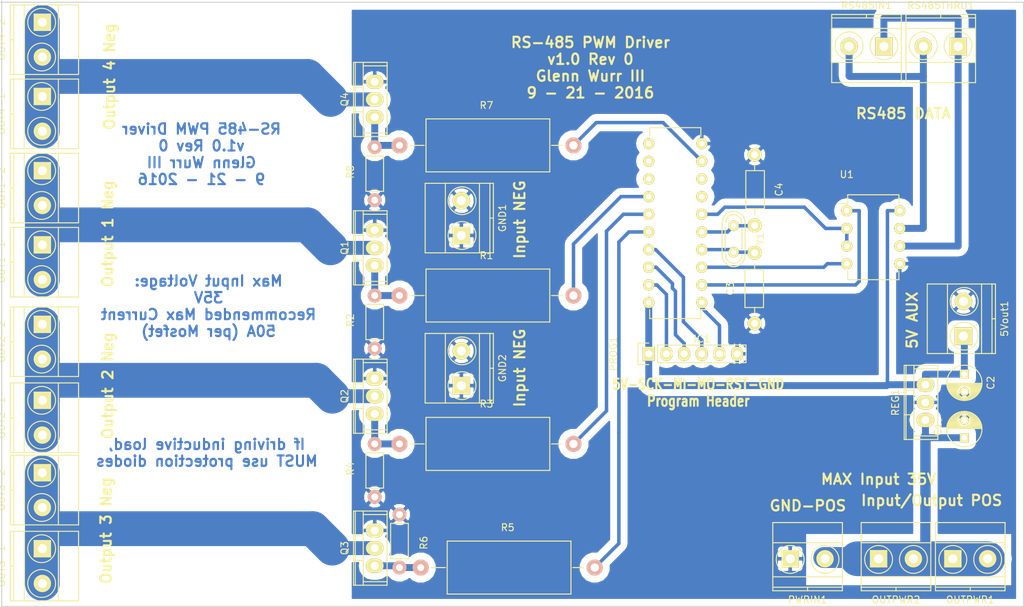
<source format=kicad_pcb>
(kicad_pcb (version 4) (host pcbnew 4.0.4-stable)

  (general
    (links 76)
    (no_connects 0)
    (area 73.135 64.118 221.055001 153.49786)
    (thickness 1.6)
    (drawings 20)
    (tracks 129)
    (zones 0)
    (modules 37)
    (nets 32)
  )

  (page A4)
  (layers
    (0 F.Cu signal hide)
    (31 B.Cu signal)
    (32 B.Adhes user)
    (33 F.Adhes user)
    (34 B.Paste user)
    (35 F.Paste user)
    (36 B.SilkS user)
    (37 F.SilkS user)
    (38 B.Mask user)
    (39 F.Mask user)
    (40 Dwgs.User user)
    (41 Cmts.User user)
    (42 Eco1.User user)
    (43 Eco2.User user)
    (44 Edge.Cuts user)
    (45 Margin user)
    (46 B.CrtYd user)
    (47 F.CrtYd user)
    (48 B.Fab user)
    (49 F.Fab user)
  )

  (setup
    (last_trace_width 0.25)
    (user_trace_width 0.5)
    (user_trace_width 1)
    (user_trace_width 1.5)
    (user_trace_width 2)
    (user_trace_width 2.5)
    (user_trace_width 3)
    (user_trace_width 5)
    (trace_clearance 0.2)
    (zone_clearance 1)
    (zone_45_only yes)
    (trace_min 0.2)
    (segment_width 0.2)
    (edge_width 0.15)
    (via_size 0.6)
    (via_drill 0.4)
    (via_min_size 0.4)
    (via_min_drill 0.3)
    (uvia_size 0.3)
    (uvia_drill 0.1)
    (uvias_allowed no)
    (uvia_min_size 0.2)
    (uvia_min_drill 0.1)
    (pcb_text_width 0.3)
    (pcb_text_size 1.5 1.5)
    (mod_edge_width 0.15)
    (mod_text_size 1 1)
    (mod_text_width 0.15)
    (pad_size 1.524 1.524)
    (pad_drill 0.762)
    (pad_to_mask_clearance 0.2)
    (aux_axis_origin 93.98 135.509)
    (grid_origin 94.234 135.255)
    (visible_elements FFFFFF7F)
    (pcbplotparams
      (layerselection 0x00000_80000000)
      (usegerberextensions false)
      (excludeedgelayer false)
      (linewidth 0.100000)
      (plotframeref false)
      (viasonmask false)
      (mode 1)
      (useauxorigin false)
      (hpglpennumber 1)
      (hpglpenspeed 20)
      (hpglpendiameter 15)
      (hpglpenoverlay 2)
      (psnegative true)
      (psa4output false)
      (plotreference false)
      (plotvalue false)
      (plotinvisibletext false)
      (padsonsilk false)
      (subtractmaskfromsilk false)
      (outputformat 2)
      (mirror true)
      (drillshape 2)
      (scaleselection 1)
      (outputdirectory ""))
  )

  (net 0 "")
  (net 1 VCC)
  (net 2 Earth)
  (net 3 +5V)
  (net 4 "Net-(C3-Pad2)")
  (net 5 "Net-(C4-Pad2)")
  (net 6 /RESET)
  (net 7 "Net-(IC1-Pad2)")
  (net 8 "Net-(IC1-Pad3)")
  (net 9 "Net-(IC1-Pad6)")
  (net 10 "Net-(IC1-Pad7)")
  (net 11 "Net-(IC1-Pad8)")
  (net 12 /PWM4)
  (net 13 "Net-(IC1-Pad11)")
  (net 14 "Net-(IC1-Pad12)")
  (net 15 /PWM1)
  (net 16 /PWM2)
  (net 17 /PWM3)
  (net 18 /MOSI)
  (net 19 /MISO)
  (net 20 /SCK)
  (net 21 /OUT1)
  (net 22 /OUT2)
  (net 23 /OUT3)
  (net 24 /OUT4)
  (net 25 "Net-(Q1-Pad1)")
  (net 26 "Net-(Q2-Pad1)")
  (net 27 "Net-(Q3-Pad1)")
  (net 28 "Net-(Q4-Pad1)")
  (net 29 /RS485A)
  (net 30 /RS485B)
  (net 31 "Net-(IC1-Pad13)")

  (net_class Default "This is the default net class."
    (clearance 0.2)
    (trace_width 0.25)
    (via_dia 0.6)
    (via_drill 0.4)
    (uvia_dia 0.3)
    (uvia_drill 0.1)
    (add_net +5V)
    (add_net /MISO)
    (add_net /MOSI)
    (add_net /OUT1)
    (add_net /OUT2)
    (add_net /OUT3)
    (add_net /OUT4)
    (add_net /PWM1)
    (add_net /PWM2)
    (add_net /PWM3)
    (add_net /PWM4)
    (add_net /RESET)
    (add_net /RS485A)
    (add_net /RS485B)
    (add_net /SCK)
    (add_net Earth)
    (add_net "Net-(C3-Pad2)")
    (add_net "Net-(C4-Pad2)")
    (add_net "Net-(IC1-Pad11)")
    (add_net "Net-(IC1-Pad12)")
    (add_net "Net-(IC1-Pad13)")
    (add_net "Net-(IC1-Pad2)")
    (add_net "Net-(IC1-Pad3)")
    (add_net "Net-(IC1-Pad6)")
    (add_net "Net-(IC1-Pad7)")
    (add_net "Net-(IC1-Pad8)")
    (add_net "Net-(Q1-Pad1)")
    (add_net "Net-(Q2-Pad1)")
    (add_net "Net-(Q3-Pad1)")
    (add_net "Net-(Q4-Pad1)")
    (add_net VCC)
  )

  (module Capacitors_ThroughHole:C_Radial_D5_L6_P2.5 placed (layer F.Cu) (tedit 0) (tstamp 57E22510)
    (at 212.471 127.254 90)
    (descr "Radial Electrolytic Capacitor Diameter 5mm x Length 6mm, Pitch 2.5mm")
    (tags "Electrolytic Capacitor")
    (path /57E24029)
    (fp_text reference C1 (at 1.25 -3.8 90) (layer F.SilkS)
      (effects (font (size 1 1) (thickness 0.15)))
    )
    (fp_text value 1uf (at 1.25 3.8 90) (layer F.Fab)
      (effects (font (size 1 1) (thickness 0.15)))
    )
    (fp_line (start 1.325 -2.499) (end 1.325 2.499) (layer F.SilkS) (width 0.15))
    (fp_line (start 1.465 -2.491) (end 1.465 2.491) (layer F.SilkS) (width 0.15))
    (fp_line (start 1.605 -2.475) (end 1.605 -0.095) (layer F.SilkS) (width 0.15))
    (fp_line (start 1.605 0.095) (end 1.605 2.475) (layer F.SilkS) (width 0.15))
    (fp_line (start 1.745 -2.451) (end 1.745 -0.49) (layer F.SilkS) (width 0.15))
    (fp_line (start 1.745 0.49) (end 1.745 2.451) (layer F.SilkS) (width 0.15))
    (fp_line (start 1.885 -2.418) (end 1.885 -0.657) (layer F.SilkS) (width 0.15))
    (fp_line (start 1.885 0.657) (end 1.885 2.418) (layer F.SilkS) (width 0.15))
    (fp_line (start 2.025 -2.377) (end 2.025 -0.764) (layer F.SilkS) (width 0.15))
    (fp_line (start 2.025 0.764) (end 2.025 2.377) (layer F.SilkS) (width 0.15))
    (fp_line (start 2.165 -2.327) (end 2.165 -0.835) (layer F.SilkS) (width 0.15))
    (fp_line (start 2.165 0.835) (end 2.165 2.327) (layer F.SilkS) (width 0.15))
    (fp_line (start 2.305 -2.266) (end 2.305 -0.879) (layer F.SilkS) (width 0.15))
    (fp_line (start 2.305 0.879) (end 2.305 2.266) (layer F.SilkS) (width 0.15))
    (fp_line (start 2.445 -2.196) (end 2.445 -0.898) (layer F.SilkS) (width 0.15))
    (fp_line (start 2.445 0.898) (end 2.445 2.196) (layer F.SilkS) (width 0.15))
    (fp_line (start 2.585 -2.114) (end 2.585 -0.896) (layer F.SilkS) (width 0.15))
    (fp_line (start 2.585 0.896) (end 2.585 2.114) (layer F.SilkS) (width 0.15))
    (fp_line (start 2.725 -2.019) (end 2.725 -0.871) (layer F.SilkS) (width 0.15))
    (fp_line (start 2.725 0.871) (end 2.725 2.019) (layer F.SilkS) (width 0.15))
    (fp_line (start 2.865 -1.908) (end 2.865 -0.823) (layer F.SilkS) (width 0.15))
    (fp_line (start 2.865 0.823) (end 2.865 1.908) (layer F.SilkS) (width 0.15))
    (fp_line (start 3.005 -1.78) (end 3.005 -0.745) (layer F.SilkS) (width 0.15))
    (fp_line (start 3.005 0.745) (end 3.005 1.78) (layer F.SilkS) (width 0.15))
    (fp_line (start 3.145 -1.631) (end 3.145 -0.628) (layer F.SilkS) (width 0.15))
    (fp_line (start 3.145 0.628) (end 3.145 1.631) (layer F.SilkS) (width 0.15))
    (fp_line (start 3.285 -1.452) (end 3.285 -0.44) (layer F.SilkS) (width 0.15))
    (fp_line (start 3.285 0.44) (end 3.285 1.452) (layer F.SilkS) (width 0.15))
    (fp_line (start 3.425 -1.233) (end 3.425 1.233) (layer F.SilkS) (width 0.15))
    (fp_line (start 3.565 -0.944) (end 3.565 0.944) (layer F.SilkS) (width 0.15))
    (fp_line (start 3.705 -0.472) (end 3.705 0.472) (layer F.SilkS) (width 0.15))
    (fp_circle (center 2.5 0) (end 2.5 -0.9) (layer F.SilkS) (width 0.15))
    (fp_circle (center 1.25 0) (end 1.25 -2.5375) (layer F.SilkS) (width 0.15))
    (fp_circle (center 1.25 0) (end 1.25 -2.8) (layer F.CrtYd) (width 0.05))
    (pad 1 thru_hole rect (at 0 0 90) (size 1.3 1.3) (drill 0.8) (layers *.Cu *.Mask F.SilkS)
      (net 1 VCC))
    (pad 2 thru_hole circle (at 2.5 0 90) (size 1.3 1.3) (drill 0.8) (layers *.Cu *.Mask F.SilkS)
      (net 2 Earth))
    (model Capacitors_ThroughHole.3dshapes/C_Radial_D5_L6_P2.5.wrl
      (at (xyz 0.0492126 0 0))
      (scale (xyz 1 1 1))
      (rotate (xyz 0 0 90))
    )
  )

  (module Capacitors_ThroughHole:C_Radial_D5_L6_P2.5 placed (layer F.Cu) (tedit 0) (tstamp 57E22516)
    (at 212.471 118.11 270)
    (descr "Radial Electrolytic Capacitor Diameter 5mm x Length 6mm, Pitch 2.5mm")
    (tags "Electrolytic Capacitor")
    (path /57E24060)
    (fp_text reference C2 (at 1.25 -3.8 270) (layer F.SilkS)
      (effects (font (size 1 1) (thickness 0.15)))
    )
    (fp_text value 10uf (at 1.25 3.8 270) (layer F.Fab)
      (effects (font (size 1 1) (thickness 0.15)))
    )
    (fp_line (start 1.325 -2.499) (end 1.325 2.499) (layer F.SilkS) (width 0.15))
    (fp_line (start 1.465 -2.491) (end 1.465 2.491) (layer F.SilkS) (width 0.15))
    (fp_line (start 1.605 -2.475) (end 1.605 -0.095) (layer F.SilkS) (width 0.15))
    (fp_line (start 1.605 0.095) (end 1.605 2.475) (layer F.SilkS) (width 0.15))
    (fp_line (start 1.745 -2.451) (end 1.745 -0.49) (layer F.SilkS) (width 0.15))
    (fp_line (start 1.745 0.49) (end 1.745 2.451) (layer F.SilkS) (width 0.15))
    (fp_line (start 1.885 -2.418) (end 1.885 -0.657) (layer F.SilkS) (width 0.15))
    (fp_line (start 1.885 0.657) (end 1.885 2.418) (layer F.SilkS) (width 0.15))
    (fp_line (start 2.025 -2.377) (end 2.025 -0.764) (layer F.SilkS) (width 0.15))
    (fp_line (start 2.025 0.764) (end 2.025 2.377) (layer F.SilkS) (width 0.15))
    (fp_line (start 2.165 -2.327) (end 2.165 -0.835) (layer F.SilkS) (width 0.15))
    (fp_line (start 2.165 0.835) (end 2.165 2.327) (layer F.SilkS) (width 0.15))
    (fp_line (start 2.305 -2.266) (end 2.305 -0.879) (layer F.SilkS) (width 0.15))
    (fp_line (start 2.305 0.879) (end 2.305 2.266) (layer F.SilkS) (width 0.15))
    (fp_line (start 2.445 -2.196) (end 2.445 -0.898) (layer F.SilkS) (width 0.15))
    (fp_line (start 2.445 0.898) (end 2.445 2.196) (layer F.SilkS) (width 0.15))
    (fp_line (start 2.585 -2.114) (end 2.585 -0.896) (layer F.SilkS) (width 0.15))
    (fp_line (start 2.585 0.896) (end 2.585 2.114) (layer F.SilkS) (width 0.15))
    (fp_line (start 2.725 -2.019) (end 2.725 -0.871) (layer F.SilkS) (width 0.15))
    (fp_line (start 2.725 0.871) (end 2.725 2.019) (layer F.SilkS) (width 0.15))
    (fp_line (start 2.865 -1.908) (end 2.865 -0.823) (layer F.SilkS) (width 0.15))
    (fp_line (start 2.865 0.823) (end 2.865 1.908) (layer F.SilkS) (width 0.15))
    (fp_line (start 3.005 -1.78) (end 3.005 -0.745) (layer F.SilkS) (width 0.15))
    (fp_line (start 3.005 0.745) (end 3.005 1.78) (layer F.SilkS) (width 0.15))
    (fp_line (start 3.145 -1.631) (end 3.145 -0.628) (layer F.SilkS) (width 0.15))
    (fp_line (start 3.145 0.628) (end 3.145 1.631) (layer F.SilkS) (width 0.15))
    (fp_line (start 3.285 -1.452) (end 3.285 -0.44) (layer F.SilkS) (width 0.15))
    (fp_line (start 3.285 0.44) (end 3.285 1.452) (layer F.SilkS) (width 0.15))
    (fp_line (start 3.425 -1.233) (end 3.425 1.233) (layer F.SilkS) (width 0.15))
    (fp_line (start 3.565 -0.944) (end 3.565 0.944) (layer F.SilkS) (width 0.15))
    (fp_line (start 3.705 -0.472) (end 3.705 0.472) (layer F.SilkS) (width 0.15))
    (fp_circle (center 2.5 0) (end 2.5 -0.9) (layer F.SilkS) (width 0.15))
    (fp_circle (center 1.25 0) (end 1.25 -2.5375) (layer F.SilkS) (width 0.15))
    (fp_circle (center 1.25 0) (end 1.25 -2.8) (layer F.CrtYd) (width 0.05))
    (pad 1 thru_hole rect (at 0 0 270) (size 1.3 1.3) (drill 0.8) (layers *.Cu *.Mask F.SilkS)
      (net 3 +5V))
    (pad 2 thru_hole circle (at 2.5 0 270) (size 1.3 1.3) (drill 0.8) (layers *.Cu *.Mask F.SilkS)
      (net 2 Earth))
    (model Capacitors_ThroughHole.3dshapes/C_Radial_D5_L6_P2.5.wrl
      (at (xyz 0.0492126 0 0))
      (scale (xyz 1 1 1))
      (rotate (xyz 0 0 90))
    )
  )

  (module Housings_DIP:DIP-20_W7.62mm placed (layer F.Cu) (tedit 54130A77) (tstamp 57E2253A)
    (at 174.752 107.823 180)
    (descr "20-lead dip package, row spacing 7.62 mm (300 mils)")
    (tags "dil dip 2.54 300")
    (path /57E215F5)
    (fp_text reference IC1 (at 0 -5.22 180) (layer F.SilkS)
      (effects (font (size 1 1) (thickness 0.15)))
    )
    (fp_text value ATTINY2313A-P (at 0 -3.72 180) (layer F.Fab)
      (effects (font (size 1 1) (thickness 0.15)))
    )
    (fp_line (start -1.05 -2.45) (end -1.05 25.35) (layer F.CrtYd) (width 0.05))
    (fp_line (start 8.65 -2.45) (end 8.65 25.35) (layer F.CrtYd) (width 0.05))
    (fp_line (start -1.05 -2.45) (end 8.65 -2.45) (layer F.CrtYd) (width 0.05))
    (fp_line (start -1.05 25.35) (end 8.65 25.35) (layer F.CrtYd) (width 0.05))
    (fp_line (start 0.135 -2.295) (end 0.135 -1.025) (layer F.SilkS) (width 0.15))
    (fp_line (start 7.485 -2.295) (end 7.485 -1.025) (layer F.SilkS) (width 0.15))
    (fp_line (start 7.485 25.155) (end 7.485 23.885) (layer F.SilkS) (width 0.15))
    (fp_line (start 0.135 25.155) (end 0.135 23.885) (layer F.SilkS) (width 0.15))
    (fp_line (start 0.135 -2.295) (end 7.485 -2.295) (layer F.SilkS) (width 0.15))
    (fp_line (start 0.135 25.155) (end 7.485 25.155) (layer F.SilkS) (width 0.15))
    (fp_line (start 0.135 -1.025) (end -0.8 -1.025) (layer F.SilkS) (width 0.15))
    (pad 1 thru_hole oval (at 0 0 180) (size 1.6 1.6) (drill 0.8) (layers *.Cu *.Mask F.SilkS)
      (net 6 /RESET))
    (pad 2 thru_hole oval (at 0 2.54 180) (size 1.6 1.6) (drill 0.8) (layers *.Cu *.Mask F.SilkS)
      (net 7 "Net-(IC1-Pad2)"))
    (pad 3 thru_hole oval (at 0 5.08 180) (size 1.6 1.6) (drill 0.8) (layers *.Cu *.Mask F.SilkS)
      (net 8 "Net-(IC1-Pad3)"))
    (pad 4 thru_hole oval (at 0 7.62 180) (size 1.6 1.6) (drill 0.8) (layers *.Cu *.Mask F.SilkS)
      (net 4 "Net-(C3-Pad2)"))
    (pad 5 thru_hole oval (at 0 10.16 180) (size 1.6 1.6) (drill 0.8) (layers *.Cu *.Mask F.SilkS)
      (net 5 "Net-(C4-Pad2)"))
    (pad 6 thru_hole oval (at 0 12.7 180) (size 1.6 1.6) (drill 0.8) (layers *.Cu *.Mask F.SilkS)
      (net 9 "Net-(IC1-Pad6)"))
    (pad 7 thru_hole oval (at 0 15.24 180) (size 1.6 1.6) (drill 0.8) (layers *.Cu *.Mask F.SilkS)
      (net 10 "Net-(IC1-Pad7)"))
    (pad 8 thru_hole oval (at 0 17.78 180) (size 1.6 1.6) (drill 0.8) (layers *.Cu *.Mask F.SilkS)
      (net 11 "Net-(IC1-Pad8)"))
    (pad 9 thru_hole oval (at 0 20.32 180) (size 1.6 1.6) (drill 0.8) (layers *.Cu *.Mask F.SilkS)
      (net 12 /PWM4))
    (pad 10 thru_hole oval (at 0 22.86 180) (size 1.6 1.6) (drill 0.8) (layers *.Cu *.Mask F.SilkS)
      (net 2 Earth))
    (pad 11 thru_hole oval (at 7.62 22.86 180) (size 1.6 1.6) (drill 0.8) (layers *.Cu *.Mask F.SilkS)
      (net 13 "Net-(IC1-Pad11)"))
    (pad 12 thru_hole oval (at 7.62 20.32 180) (size 1.6 1.6) (drill 0.8) (layers *.Cu *.Mask F.SilkS)
      (net 14 "Net-(IC1-Pad12)"))
    (pad 13 thru_hole oval (at 7.62 17.78 180) (size 1.6 1.6) (drill 0.8) (layers *.Cu *.Mask F.SilkS)
      (net 31 "Net-(IC1-Pad13)"))
    (pad 14 thru_hole oval (at 7.62 15.24 180) (size 1.6 1.6) (drill 0.8) (layers *.Cu *.Mask F.SilkS)
      (net 15 /PWM1))
    (pad 15 thru_hole oval (at 7.62 12.7 180) (size 1.6 1.6) (drill 0.8) (layers *.Cu *.Mask F.SilkS)
      (net 16 /PWM2))
    (pad 16 thru_hole oval (at 7.62 10.16 180) (size 1.6 1.6) (drill 0.8) (layers *.Cu *.Mask F.SilkS)
      (net 17 /PWM3))
    (pad 17 thru_hole oval (at 7.62 7.62 180) (size 1.6 1.6) (drill 0.8) (layers *.Cu *.Mask F.SilkS)
      (net 18 /MOSI))
    (pad 18 thru_hole oval (at 7.62 5.08 180) (size 1.6 1.6) (drill 0.8) (layers *.Cu *.Mask F.SilkS)
      (net 19 /MISO))
    (pad 19 thru_hole oval (at 7.62 2.54 180) (size 1.6 1.6) (drill 0.8) (layers *.Cu *.Mask F.SilkS)
      (net 20 /SCK))
    (pad 20 thru_hole oval (at 7.62 0 180) (size 1.6 1.6) (drill 0.8) (layers *.Cu *.Mask F.SilkS)
      (net 3 +5V))
    (model Housings_DIP.3dshapes/DIP-20_W7.62mm.wrl
      (at (xyz 0 0 0))
      (scale (xyz 1 1 1))
      (rotate (xyz 0 0 0))
    )
  )

  (module Terminal_Blocks:TerminalBlock_Pheonix_MKDS1.5-2pol placed (layer F.Cu) (tedit 563007E4) (tstamp 57E2254C)
    (at 210.82 144.653)
    (descr "2-way 5mm pitch terminal block, Phoenix MKDS series")
    (path /57E301C5)
    (fp_text reference OUTPWR1 (at 2.5 5.9) (layer F.SilkS)
      (effects (font (size 1 1) (thickness 0.15)))
    )
    (fp_text value CONN_01X02 (at 2.5 -6.6) (layer F.Fab)
      (effects (font (size 1 1) (thickness 0.15)))
    )
    (fp_line (start -2.7 -5.4) (end 7.7 -5.4) (layer F.CrtYd) (width 0.05))
    (fp_line (start -2.7 4.8) (end -2.7 -5.4) (layer F.CrtYd) (width 0.05))
    (fp_line (start 7.7 4.8) (end -2.7 4.8) (layer F.CrtYd) (width 0.05))
    (fp_line (start 7.7 -5.4) (end 7.7 4.8) (layer F.CrtYd) (width 0.05))
    (fp_line (start 2.5 4.1) (end 2.5 4.6) (layer F.SilkS) (width 0.15))
    (fp_circle (center 5 0.1) (end 3 0.1) (layer F.SilkS) (width 0.15))
    (fp_circle (center 0 0.1) (end 2 0.1) (layer F.SilkS) (width 0.15))
    (fp_line (start -2.5 2.6) (end 7.5 2.6) (layer F.SilkS) (width 0.15))
    (fp_line (start -2.5 -2.3) (end 7.5 -2.3) (layer F.SilkS) (width 0.15))
    (fp_line (start -2.5 4.1) (end 7.5 4.1) (layer F.SilkS) (width 0.15))
    (fp_line (start -2.5 4.6) (end 7.5 4.6) (layer F.SilkS) (width 0.15))
    (fp_line (start 7.5 4.6) (end 7.5 -5.2) (layer F.SilkS) (width 0.15))
    (fp_line (start 7.5 -5.2) (end -2.5 -5.2) (layer F.SilkS) (width 0.15))
    (fp_line (start -2.5 -5.2) (end -2.5 4.6) (layer F.SilkS) (width 0.15))
    (pad 1 thru_hole rect (at 0 0) (size 2.5 2.5) (drill 1.3) (layers *.Cu *.Mask F.SilkS)
      (net 1 VCC))
    (pad 2 thru_hole circle (at 5 0) (size 2.5 2.5) (drill 1.3) (layers *.Cu *.Mask F.SilkS)
      (net 1 VCC))
    (model Terminal_Blocks.3dshapes/TerminalBlock_Pheonix_MKDS1.5-2pol.wrl
      (at (xyz 0.0984 0 0))
      (scale (xyz 1 1 1))
      (rotate (xyz 0 0 0))
    )
  )

  (module Terminal_Blocks:TerminalBlock_Pheonix_MKDS1.5-2pol placed (layer F.Cu) (tedit 563007E4) (tstamp 57E22552)
    (at 200.152 144.653)
    (descr "2-way 5mm pitch terminal block, Phoenix MKDS series")
    (path /57E6F068)
    (fp_text reference OUTPWR2 (at 2.5 5.9) (layer F.SilkS)
      (effects (font (size 1 1) (thickness 0.15)))
    )
    (fp_text value CONN_01X02 (at 2.5 -6.6) (layer F.Fab)
      (effects (font (size 1 1) (thickness 0.15)))
    )
    (fp_line (start -2.7 -5.4) (end 7.7 -5.4) (layer F.CrtYd) (width 0.05))
    (fp_line (start -2.7 4.8) (end -2.7 -5.4) (layer F.CrtYd) (width 0.05))
    (fp_line (start 7.7 4.8) (end -2.7 4.8) (layer F.CrtYd) (width 0.05))
    (fp_line (start 7.7 -5.4) (end 7.7 4.8) (layer F.CrtYd) (width 0.05))
    (fp_line (start 2.5 4.1) (end 2.5 4.6) (layer F.SilkS) (width 0.15))
    (fp_circle (center 5 0.1) (end 3 0.1) (layer F.SilkS) (width 0.15))
    (fp_circle (center 0 0.1) (end 2 0.1) (layer F.SilkS) (width 0.15))
    (fp_line (start -2.5 2.6) (end 7.5 2.6) (layer F.SilkS) (width 0.15))
    (fp_line (start -2.5 -2.3) (end 7.5 -2.3) (layer F.SilkS) (width 0.15))
    (fp_line (start -2.5 4.1) (end 7.5 4.1) (layer F.SilkS) (width 0.15))
    (fp_line (start -2.5 4.6) (end 7.5 4.6) (layer F.SilkS) (width 0.15))
    (fp_line (start 7.5 4.6) (end 7.5 -5.2) (layer F.SilkS) (width 0.15))
    (fp_line (start 7.5 -5.2) (end -2.5 -5.2) (layer F.SilkS) (width 0.15))
    (fp_line (start -2.5 -5.2) (end -2.5 4.6) (layer F.SilkS) (width 0.15))
    (pad 1 thru_hole rect (at 0 0) (size 2.5 2.5) (drill 1.3) (layers *.Cu *.Mask F.SilkS)
      (net 1 VCC))
    (pad 2 thru_hole circle (at 5 0) (size 2.5 2.5) (drill 1.3) (layers *.Cu *.Mask F.SilkS)
      (net 1 VCC))
    (model Terminal_Blocks.3dshapes/TerminalBlock_Pheonix_MKDS1.5-2pol.wrl
      (at (xyz 0.0984 0 0))
      (scale (xyz 1 1 1))
      (rotate (xyz 0 0 0))
    )
  )

  (module Terminal_Blocks:TerminalBlock_Pheonix_MKDS1.5-2pol placed (layer F.Cu) (tedit 563007E4) (tstamp 57E22562)
    (at 187.452 144.653)
    (descr "2-way 5mm pitch terminal block, Phoenix MKDS series")
    (path /57E23F09)
    (fp_text reference PWRIN1 (at 2.5 5.9) (layer F.SilkS)
      (effects (font (size 1 1) (thickness 0.15)))
    )
    (fp_text value CONN_01X02 (at 2.5 -6.6) (layer F.Fab)
      (effects (font (size 1 1) (thickness 0.15)))
    )
    (fp_line (start -2.7 -5.4) (end 7.7 -5.4) (layer F.CrtYd) (width 0.05))
    (fp_line (start -2.7 4.8) (end -2.7 -5.4) (layer F.CrtYd) (width 0.05))
    (fp_line (start 7.7 4.8) (end -2.7 4.8) (layer F.CrtYd) (width 0.05))
    (fp_line (start 7.7 -5.4) (end 7.7 4.8) (layer F.CrtYd) (width 0.05))
    (fp_line (start 2.5 4.1) (end 2.5 4.6) (layer F.SilkS) (width 0.15))
    (fp_circle (center 5 0.1) (end 3 0.1) (layer F.SilkS) (width 0.15))
    (fp_circle (center 0 0.1) (end 2 0.1) (layer F.SilkS) (width 0.15))
    (fp_line (start -2.5 2.6) (end 7.5 2.6) (layer F.SilkS) (width 0.15))
    (fp_line (start -2.5 -2.3) (end 7.5 -2.3) (layer F.SilkS) (width 0.15))
    (fp_line (start -2.5 4.1) (end 7.5 4.1) (layer F.SilkS) (width 0.15))
    (fp_line (start -2.5 4.6) (end 7.5 4.6) (layer F.SilkS) (width 0.15))
    (fp_line (start 7.5 4.6) (end 7.5 -5.2) (layer F.SilkS) (width 0.15))
    (fp_line (start 7.5 -5.2) (end -2.5 -5.2) (layer F.SilkS) (width 0.15))
    (fp_line (start -2.5 -5.2) (end -2.5 4.6) (layer F.SilkS) (width 0.15))
    (pad 1 thru_hole rect (at 0 0) (size 2.5 2.5) (drill 1.3) (layers *.Cu *.Mask F.SilkS)
      (net 2 Earth))
    (pad 2 thru_hole circle (at 5 0) (size 2.5 2.5) (drill 1.3) (layers *.Cu *.Mask F.SilkS)
      (net 1 VCC))
    (model Terminal_Blocks.3dshapes/TerminalBlock_Pheonix_MKDS1.5-2pol.wrl
      (at (xyz 0.0984 0 0))
      (scale (xyz 1 1 1))
      (rotate (xyz 0 0 0))
    )
  )

  (module Power_Integrations:TO-220 placed (layer F.Cu) (tedit 0) (tstamp 57E22569)
    (at 127.762 99.949 90)
    (descr "Non Isolated JEDEC TO-220 Package")
    (tags "Power Integration YN Package")
    (path /57E27F05)
    (fp_text reference Q1 (at 0 -4.318 90) (layer F.SilkS)
      (effects (font (size 1 1) (thickness 0.15)))
    )
    (fp_text value IRF540N (at 0 -4.318 90) (layer F.Fab)
      (effects (font (size 1 1) (thickness 0.15)))
    )
    (fp_line (start 4.826 -1.651) (end 4.826 1.778) (layer F.SilkS) (width 0.15))
    (fp_line (start -4.826 -1.651) (end -4.826 1.778) (layer F.SilkS) (width 0.15))
    (fp_line (start 5.334 -2.794) (end -5.334 -2.794) (layer F.SilkS) (width 0.15))
    (fp_line (start 1.778 -1.778) (end 1.778 -3.048) (layer F.SilkS) (width 0.15))
    (fp_line (start -1.778 -1.778) (end -1.778 -3.048) (layer F.SilkS) (width 0.15))
    (fp_line (start -5.334 -1.651) (end 5.334 -1.651) (layer F.SilkS) (width 0.15))
    (fp_line (start 5.334 1.778) (end -5.334 1.778) (layer F.SilkS) (width 0.15))
    (fp_line (start -5.334 -3.048) (end -5.334 1.778) (layer F.SilkS) (width 0.15))
    (fp_line (start 5.334 -3.048) (end 5.334 1.778) (layer F.SilkS) (width 0.15))
    (fp_line (start 5.334 -3.048) (end -5.334 -3.048) (layer F.SilkS) (width 0.15))
    (pad 2 thru_hole oval (at 0 0 90) (size 2.032 2.54) (drill 1.143) (layers *.Cu *.Mask F.SilkS)
      (net 21 /OUT1))
    (pad 3 thru_hole oval (at 2.54 0 90) (size 2.032 2.54) (drill 1.143) (layers *.Cu *.Mask F.SilkS)
      (net 2 Earth))
    (pad 1 thru_hole oval (at -2.54 0 90) (size 2.032 2.54) (drill 1.143) (layers *.Cu *.Mask F.SilkS)
      (net 25 "Net-(Q1-Pad1)"))
  )

  (module Power_Integrations:TO-220 placed (layer F.Cu) (tedit 0) (tstamp 57E22570)
    (at 127.762 121.285 90)
    (descr "Non Isolated JEDEC TO-220 Package")
    (tags "Power Integration YN Package")
    (path /57E27F23)
    (fp_text reference Q2 (at 0 -4.318 90) (layer F.SilkS)
      (effects (font (size 1 1) (thickness 0.15)))
    )
    (fp_text value IRF540N (at 0 -4.318 90) (layer F.Fab)
      (effects (font (size 1 1) (thickness 0.15)))
    )
    (fp_line (start 4.826 -1.651) (end 4.826 1.778) (layer F.SilkS) (width 0.15))
    (fp_line (start -4.826 -1.651) (end -4.826 1.778) (layer F.SilkS) (width 0.15))
    (fp_line (start 5.334 -2.794) (end -5.334 -2.794) (layer F.SilkS) (width 0.15))
    (fp_line (start 1.778 -1.778) (end 1.778 -3.048) (layer F.SilkS) (width 0.15))
    (fp_line (start -1.778 -1.778) (end -1.778 -3.048) (layer F.SilkS) (width 0.15))
    (fp_line (start -5.334 -1.651) (end 5.334 -1.651) (layer F.SilkS) (width 0.15))
    (fp_line (start 5.334 1.778) (end -5.334 1.778) (layer F.SilkS) (width 0.15))
    (fp_line (start -5.334 -3.048) (end -5.334 1.778) (layer F.SilkS) (width 0.15))
    (fp_line (start 5.334 -3.048) (end 5.334 1.778) (layer F.SilkS) (width 0.15))
    (fp_line (start 5.334 -3.048) (end -5.334 -3.048) (layer F.SilkS) (width 0.15))
    (pad 2 thru_hole oval (at 0 0 90) (size 2.032 2.54) (drill 1.143) (layers *.Cu *.Mask F.SilkS)
      (net 22 /OUT2))
    (pad 3 thru_hole oval (at 2.54 0 90) (size 2.032 2.54) (drill 1.143) (layers *.Cu *.Mask F.SilkS)
      (net 2 Earth))
    (pad 1 thru_hole oval (at -2.54 0 90) (size 2.032 2.54) (drill 1.143) (layers *.Cu *.Mask F.SilkS)
      (net 26 "Net-(Q2-Pad1)"))
  )

  (module Power_Integrations:TO-220 placed (layer F.Cu) (tedit 0) (tstamp 57E22577)
    (at 127.762 143.129 90)
    (descr "Non Isolated JEDEC TO-220 Package")
    (tags "Power Integration YN Package")
    (path /57E2663E)
    (fp_text reference Q3 (at 0 -4.318 90) (layer F.SilkS)
      (effects (font (size 1 1) (thickness 0.15)))
    )
    (fp_text value IRF540N (at 0 -4.318 90) (layer F.Fab)
      (effects (font (size 1 1) (thickness 0.15)))
    )
    (fp_line (start 4.826 -1.651) (end 4.826 1.778) (layer F.SilkS) (width 0.15))
    (fp_line (start -4.826 -1.651) (end -4.826 1.778) (layer F.SilkS) (width 0.15))
    (fp_line (start 5.334 -2.794) (end -5.334 -2.794) (layer F.SilkS) (width 0.15))
    (fp_line (start 1.778 -1.778) (end 1.778 -3.048) (layer F.SilkS) (width 0.15))
    (fp_line (start -1.778 -1.778) (end -1.778 -3.048) (layer F.SilkS) (width 0.15))
    (fp_line (start -5.334 -1.651) (end 5.334 -1.651) (layer F.SilkS) (width 0.15))
    (fp_line (start 5.334 1.778) (end -5.334 1.778) (layer F.SilkS) (width 0.15))
    (fp_line (start -5.334 -3.048) (end -5.334 1.778) (layer F.SilkS) (width 0.15))
    (fp_line (start 5.334 -3.048) (end 5.334 1.778) (layer F.SilkS) (width 0.15))
    (fp_line (start 5.334 -3.048) (end -5.334 -3.048) (layer F.SilkS) (width 0.15))
    (pad 2 thru_hole oval (at 0 0 90) (size 2.032 2.54) (drill 1.143) (layers *.Cu *.Mask F.SilkS)
      (net 23 /OUT3))
    (pad 3 thru_hole oval (at 2.54 0 90) (size 2.032 2.54) (drill 1.143) (layers *.Cu *.Mask F.SilkS)
      (net 2 Earth))
    (pad 1 thru_hole oval (at -2.54 0 90) (size 2.032 2.54) (drill 1.143) (layers *.Cu *.Mask F.SilkS)
      (net 27 "Net-(Q3-Pad1)"))
  )

  (module Power_Integrations:TO-220 placed (layer F.Cu) (tedit 0) (tstamp 57E2257E)
    (at 127.762 78.613 90)
    (descr "Non Isolated JEDEC TO-220 Package")
    (tags "Power Integration YN Package")
    (path /57E27182)
    (fp_text reference Q4 (at 0 -4.318 90) (layer F.SilkS)
      (effects (font (size 1 1) (thickness 0.15)))
    )
    (fp_text value IRF540N (at 0 -4.318 90) (layer F.Fab)
      (effects (font (size 1 1) (thickness 0.15)))
    )
    (fp_line (start 4.826 -1.651) (end 4.826 1.778) (layer F.SilkS) (width 0.15))
    (fp_line (start -4.826 -1.651) (end -4.826 1.778) (layer F.SilkS) (width 0.15))
    (fp_line (start 5.334 -2.794) (end -5.334 -2.794) (layer F.SilkS) (width 0.15))
    (fp_line (start 1.778 -1.778) (end 1.778 -3.048) (layer F.SilkS) (width 0.15))
    (fp_line (start -1.778 -1.778) (end -1.778 -3.048) (layer F.SilkS) (width 0.15))
    (fp_line (start -5.334 -1.651) (end 5.334 -1.651) (layer F.SilkS) (width 0.15))
    (fp_line (start 5.334 1.778) (end -5.334 1.778) (layer F.SilkS) (width 0.15))
    (fp_line (start -5.334 -3.048) (end -5.334 1.778) (layer F.SilkS) (width 0.15))
    (fp_line (start 5.334 -3.048) (end 5.334 1.778) (layer F.SilkS) (width 0.15))
    (fp_line (start 5.334 -3.048) (end -5.334 -3.048) (layer F.SilkS) (width 0.15))
    (pad 2 thru_hole oval (at 0 0 90) (size 2.032 2.54) (drill 1.143) (layers *.Cu *.Mask F.SilkS)
      (net 24 /OUT4))
    (pad 3 thru_hole oval (at 2.54 0 90) (size 2.032 2.54) (drill 1.143) (layers *.Cu *.Mask F.SilkS)
      (net 2 Earth))
    (pad 1 thru_hole oval (at -2.54 0 90) (size 2.032 2.54) (drill 1.143) (layers *.Cu *.Mask F.SilkS)
      (net 28 "Net-(Q4-Pad1)"))
  )

  (module Resistors_ThroughHole:Resistor_Horizontal_RM7mm placed (layer F.Cu) (tedit 569FCF07) (tstamp 57E2258A)
    (at 127.762 114.427 90)
    (descr "Resistor, Axial,  RM 7.62mm, 1/3W,")
    (tags "Resistor Axial RM 7.62mm 1/3W R3")
    (path /57E27F11)
    (fp_text reference R2 (at 4.05892 -3.50012 90) (layer F.SilkS)
      (effects (font (size 1 1) (thickness 0.15)))
    )
    (fp_text value 2.2k (at 3.81 3.81 90) (layer F.Fab)
      (effects (font (size 1 1) (thickness 0.15)))
    )
    (fp_line (start -1.25 -1.5) (end 8.85 -1.5) (layer F.CrtYd) (width 0.05))
    (fp_line (start -1.25 1.5) (end -1.25 -1.5) (layer F.CrtYd) (width 0.05))
    (fp_line (start 8.85 -1.5) (end 8.85 1.5) (layer F.CrtYd) (width 0.05))
    (fp_line (start -1.25 1.5) (end 8.85 1.5) (layer F.CrtYd) (width 0.05))
    (fp_line (start 1.27 -1.27) (end 6.35 -1.27) (layer F.SilkS) (width 0.15))
    (fp_line (start 6.35 -1.27) (end 6.35 1.27) (layer F.SilkS) (width 0.15))
    (fp_line (start 6.35 1.27) (end 1.27 1.27) (layer F.SilkS) (width 0.15))
    (fp_line (start 1.27 1.27) (end 1.27 -1.27) (layer F.SilkS) (width 0.15))
    (pad 1 thru_hole circle (at 0 0 90) (size 1.99898 1.99898) (drill 1.00076) (layers *.Cu *.SilkS *.Mask)
      (net 2 Earth))
    (pad 2 thru_hole circle (at 7.62 0 90) (size 1.99898 1.99898) (drill 1.00076) (layers *.Cu *.SilkS *.Mask)
      (net 25 "Net-(Q1-Pad1)"))
  )

  (module Resistors_ThroughHole:Resistor_Horizontal_RM7mm placed (layer F.Cu) (tedit 569FCF07) (tstamp 57E22596)
    (at 127.762 135.763 90)
    (descr "Resistor, Axial,  RM 7.62mm, 1/3W,")
    (tags "Resistor Axial RM 7.62mm 1/3W R3")
    (path /57E27F2F)
    (fp_text reference R4 (at 4.05892 -3.50012 90) (layer F.SilkS)
      (effects (font (size 1 1) (thickness 0.15)))
    )
    (fp_text value 2.2k (at 3.81 3.81 90) (layer F.Fab)
      (effects (font (size 1 1) (thickness 0.15)))
    )
    (fp_line (start -1.25 -1.5) (end 8.85 -1.5) (layer F.CrtYd) (width 0.05))
    (fp_line (start -1.25 1.5) (end -1.25 -1.5) (layer F.CrtYd) (width 0.05))
    (fp_line (start 8.85 -1.5) (end 8.85 1.5) (layer F.CrtYd) (width 0.05))
    (fp_line (start -1.25 1.5) (end 8.85 1.5) (layer F.CrtYd) (width 0.05))
    (fp_line (start 1.27 -1.27) (end 6.35 -1.27) (layer F.SilkS) (width 0.15))
    (fp_line (start 6.35 -1.27) (end 6.35 1.27) (layer F.SilkS) (width 0.15))
    (fp_line (start 6.35 1.27) (end 1.27 1.27) (layer F.SilkS) (width 0.15))
    (fp_line (start 1.27 1.27) (end 1.27 -1.27) (layer F.SilkS) (width 0.15))
    (pad 1 thru_hole circle (at 0 0 90) (size 1.99898 1.99898) (drill 1.00076) (layers *.Cu *.SilkS *.Mask)
      (net 2 Earth))
    (pad 2 thru_hole circle (at 7.62 0 90) (size 1.99898 1.99898) (drill 1.00076) (layers *.Cu *.SilkS *.Mask)
      (net 26 "Net-(Q2-Pad1)"))
  )

  (module Resistors_ThroughHole:Resistor_Horizontal_RM7mm placed (layer F.Cu) (tedit 569FCF07) (tstamp 57E225A2)
    (at 131.318 138.303 270)
    (descr "Resistor, Axial,  RM 7.62mm, 1/3W,")
    (tags "Resistor Axial RM 7.62mm 1/3W R3")
    (path /57E26C19)
    (fp_text reference R6 (at 4.05892 -3.50012 270) (layer F.SilkS)
      (effects (font (size 1 1) (thickness 0.15)))
    )
    (fp_text value 2.2k (at 3.81 3.81 270) (layer F.Fab)
      (effects (font (size 1 1) (thickness 0.15)))
    )
    (fp_line (start -1.25 -1.5) (end 8.85 -1.5) (layer F.CrtYd) (width 0.05))
    (fp_line (start -1.25 1.5) (end -1.25 -1.5) (layer F.CrtYd) (width 0.05))
    (fp_line (start 8.85 -1.5) (end 8.85 1.5) (layer F.CrtYd) (width 0.05))
    (fp_line (start -1.25 1.5) (end 8.85 1.5) (layer F.CrtYd) (width 0.05))
    (fp_line (start 1.27 -1.27) (end 6.35 -1.27) (layer F.SilkS) (width 0.15))
    (fp_line (start 6.35 -1.27) (end 6.35 1.27) (layer F.SilkS) (width 0.15))
    (fp_line (start 6.35 1.27) (end 1.27 1.27) (layer F.SilkS) (width 0.15))
    (fp_line (start 1.27 1.27) (end 1.27 -1.27) (layer F.SilkS) (width 0.15))
    (pad 1 thru_hole circle (at 0 0 270) (size 1.99898 1.99898) (drill 1.00076) (layers *.Cu *.SilkS *.Mask)
      (net 2 Earth))
    (pad 2 thru_hole circle (at 7.62 0 270) (size 1.99898 1.99898) (drill 1.00076) (layers *.Cu *.SilkS *.Mask)
      (net 27 "Net-(Q3-Pad1)"))
  )

  (module Resistors_ThroughHole:Resistor_Horizontal_RM7mm placed (layer F.Cu) (tedit 569FCF07) (tstamp 57E225AE)
    (at 127.762 93.091 90)
    (descr "Resistor, Axial,  RM 7.62mm, 1/3W,")
    (tags "Resistor Axial RM 7.62mm 1/3W R3")
    (path /57E2718E)
    (fp_text reference R8 (at 4.05892 -3.50012 90) (layer F.SilkS)
      (effects (font (size 1 1) (thickness 0.15)))
    )
    (fp_text value 2.2k (at 3.81 3.81 90) (layer F.Fab)
      (effects (font (size 1 1) (thickness 0.15)))
    )
    (fp_line (start -1.25 -1.5) (end 8.85 -1.5) (layer F.CrtYd) (width 0.05))
    (fp_line (start -1.25 1.5) (end -1.25 -1.5) (layer F.CrtYd) (width 0.05))
    (fp_line (start 8.85 -1.5) (end 8.85 1.5) (layer F.CrtYd) (width 0.05))
    (fp_line (start -1.25 1.5) (end 8.85 1.5) (layer F.CrtYd) (width 0.05))
    (fp_line (start 1.27 -1.27) (end 6.35 -1.27) (layer F.SilkS) (width 0.15))
    (fp_line (start 6.35 -1.27) (end 6.35 1.27) (layer F.SilkS) (width 0.15))
    (fp_line (start 6.35 1.27) (end 1.27 1.27) (layer F.SilkS) (width 0.15))
    (fp_line (start 1.27 1.27) (end 1.27 -1.27) (layer F.SilkS) (width 0.15))
    (pad 1 thru_hole circle (at 0 0 90) (size 1.99898 1.99898) (drill 1.00076) (layers *.Cu *.SilkS *.Mask)
      (net 2 Earth))
    (pad 2 thru_hole circle (at 7.62 0 90) (size 1.99898 1.99898) (drill 1.00076) (layers *.Cu *.SilkS *.Mask)
      (net 28 "Net-(Q4-Pad1)"))
  )

  (module Power_Integrations:TO-220 placed (layer F.Cu) (tedit 0) (tstamp 57E225B5)
    (at 206.883 122.174 90)
    (descr "Non Isolated JEDEC TO-220 Package")
    (tags "Power Integration YN Package")
    (path /57E23F5A)
    (fp_text reference REG1 (at 0 -4.318 90) (layer F.SilkS)
      (effects (font (size 1 1) (thickness 0.15)))
    )
    (fp_text value LM7805CT (at 0 -4.318 90) (layer F.Fab)
      (effects (font (size 1 1) (thickness 0.15)))
    )
    (fp_line (start 4.826 -1.651) (end 4.826 1.778) (layer F.SilkS) (width 0.15))
    (fp_line (start -4.826 -1.651) (end -4.826 1.778) (layer F.SilkS) (width 0.15))
    (fp_line (start 5.334 -2.794) (end -5.334 -2.794) (layer F.SilkS) (width 0.15))
    (fp_line (start 1.778 -1.778) (end 1.778 -3.048) (layer F.SilkS) (width 0.15))
    (fp_line (start -1.778 -1.778) (end -1.778 -3.048) (layer F.SilkS) (width 0.15))
    (fp_line (start -5.334 -1.651) (end 5.334 -1.651) (layer F.SilkS) (width 0.15))
    (fp_line (start 5.334 1.778) (end -5.334 1.778) (layer F.SilkS) (width 0.15))
    (fp_line (start -5.334 -3.048) (end -5.334 1.778) (layer F.SilkS) (width 0.15))
    (fp_line (start 5.334 -3.048) (end 5.334 1.778) (layer F.SilkS) (width 0.15))
    (fp_line (start 5.334 -3.048) (end -5.334 -3.048) (layer F.SilkS) (width 0.15))
    (pad 2 thru_hole oval (at 0 0 90) (size 2.032 2.54) (drill 1.143) (layers *.Cu *.Mask F.SilkS)
      (net 2 Earth))
    (pad 3 thru_hole oval (at 2.54 0 90) (size 2.032 2.54) (drill 1.143) (layers *.Cu *.Mask F.SilkS)
      (net 3 +5V))
    (pad 1 thru_hole oval (at -2.54 0 90) (size 2.032 2.54) (drill 1.143) (layers *.Cu *.Mask F.SilkS)
      (net 1 VCC))
  )

  (module Terminal_Blocks:TerminalBlock_Pheonix_MKDS1.5-2pol placed (layer F.Cu) (tedit 563007E4) (tstamp 57E225BB)
    (at 200.914 70.993 180)
    (descr "2-way 5mm pitch terminal block, Phoenix MKDS series")
    (path /57E36EE4)
    (fp_text reference RS485IN1 (at 2.5 5.9 180) (layer F.SilkS)
      (effects (font (size 1 1) (thickness 0.15)))
    )
    (fp_text value CONN_01X02 (at 2.5 -6.6 180) (layer F.Fab)
      (effects (font (size 1 1) (thickness 0.15)))
    )
    (fp_line (start -2.7 -5.4) (end 7.7 -5.4) (layer F.CrtYd) (width 0.05))
    (fp_line (start -2.7 4.8) (end -2.7 -5.4) (layer F.CrtYd) (width 0.05))
    (fp_line (start 7.7 4.8) (end -2.7 4.8) (layer F.CrtYd) (width 0.05))
    (fp_line (start 7.7 -5.4) (end 7.7 4.8) (layer F.CrtYd) (width 0.05))
    (fp_line (start 2.5 4.1) (end 2.5 4.6) (layer F.SilkS) (width 0.15))
    (fp_circle (center 5 0.1) (end 3 0.1) (layer F.SilkS) (width 0.15))
    (fp_circle (center 0 0.1) (end 2 0.1) (layer F.SilkS) (width 0.15))
    (fp_line (start -2.5 2.6) (end 7.5 2.6) (layer F.SilkS) (width 0.15))
    (fp_line (start -2.5 -2.3) (end 7.5 -2.3) (layer F.SilkS) (width 0.15))
    (fp_line (start -2.5 4.1) (end 7.5 4.1) (layer F.SilkS) (width 0.15))
    (fp_line (start -2.5 4.6) (end 7.5 4.6) (layer F.SilkS) (width 0.15))
    (fp_line (start 7.5 4.6) (end 7.5 -5.2) (layer F.SilkS) (width 0.15))
    (fp_line (start 7.5 -5.2) (end -2.5 -5.2) (layer F.SilkS) (width 0.15))
    (fp_line (start -2.5 -5.2) (end -2.5 4.6) (layer F.SilkS) (width 0.15))
    (pad 1 thru_hole rect (at 0 0 180) (size 2.5 2.5) (drill 1.3) (layers *.Cu *.Mask F.SilkS)
      (net 29 /RS485A))
    (pad 2 thru_hole circle (at 5 0 180) (size 2.5 2.5) (drill 1.3) (layers *.Cu *.Mask F.SilkS)
      (net 30 /RS485B))
    (model Terminal_Blocks.3dshapes/TerminalBlock_Pheonix_MKDS1.5-2pol.wrl
      (at (xyz 0.0984 0 0))
      (scale (xyz 1 1 1))
      (rotate (xyz 0 0 0))
    )
  )

  (module Terminal_Blocks:TerminalBlock_Pheonix_MKDS1.5-2pol placed (layer F.Cu) (tedit 563007E4) (tstamp 57E225C1)
    (at 211.582 70.993 180)
    (descr "2-way 5mm pitch terminal block, Phoenix MKDS series")
    (path /57E36F4B)
    (fp_text reference RS485THRU1 (at 2.5 5.9 180) (layer F.SilkS)
      (effects (font (size 1 1) (thickness 0.15)))
    )
    (fp_text value CONN_01X02 (at 2.5 -6.6 180) (layer F.Fab)
      (effects (font (size 1 1) (thickness 0.15)))
    )
    (fp_line (start -2.7 -5.4) (end 7.7 -5.4) (layer F.CrtYd) (width 0.05))
    (fp_line (start -2.7 4.8) (end -2.7 -5.4) (layer F.CrtYd) (width 0.05))
    (fp_line (start 7.7 4.8) (end -2.7 4.8) (layer F.CrtYd) (width 0.05))
    (fp_line (start 7.7 -5.4) (end 7.7 4.8) (layer F.CrtYd) (width 0.05))
    (fp_line (start 2.5 4.1) (end 2.5 4.6) (layer F.SilkS) (width 0.15))
    (fp_circle (center 5 0.1) (end 3 0.1) (layer F.SilkS) (width 0.15))
    (fp_circle (center 0 0.1) (end 2 0.1) (layer F.SilkS) (width 0.15))
    (fp_line (start -2.5 2.6) (end 7.5 2.6) (layer F.SilkS) (width 0.15))
    (fp_line (start -2.5 -2.3) (end 7.5 -2.3) (layer F.SilkS) (width 0.15))
    (fp_line (start -2.5 4.1) (end 7.5 4.1) (layer F.SilkS) (width 0.15))
    (fp_line (start -2.5 4.6) (end 7.5 4.6) (layer F.SilkS) (width 0.15))
    (fp_line (start 7.5 4.6) (end 7.5 -5.2) (layer F.SilkS) (width 0.15))
    (fp_line (start 7.5 -5.2) (end -2.5 -5.2) (layer F.SilkS) (width 0.15))
    (fp_line (start -2.5 -5.2) (end -2.5 4.6) (layer F.SilkS) (width 0.15))
    (pad 1 thru_hole rect (at 0 0 180) (size 2.5 2.5) (drill 1.3) (layers *.Cu *.Mask F.SilkS)
      (net 29 /RS485A))
    (pad 2 thru_hole circle (at 5 0 180) (size 2.5 2.5) (drill 1.3) (layers *.Cu *.Mask F.SilkS)
      (net 30 /RS485B))
    (model Terminal_Blocks.3dshapes/TerminalBlock_Pheonix_MKDS1.5-2pol.wrl
      (at (xyz 0.0984 0 0))
      (scale (xyz 1 1 1))
      (rotate (xyz 0 0 0))
    )
  )

  (module Housings_DIP:DIP-8_W7.62mm placed (layer F.Cu) (tedit 54130A77) (tstamp 57E225CD)
    (at 195.58 94.615)
    (descr "8-lead dip package, row spacing 7.62 mm (300 mils)")
    (tags "dil dip 2.54 300")
    (path /57E21DFD)
    (fp_text reference U1 (at 0 -5.22) (layer F.SilkS)
      (effects (font (size 1 1) (thickness 0.15)))
    )
    (fp_text value SP3485CP (at 0 -3.72) (layer F.Fab)
      (effects (font (size 1 1) (thickness 0.15)))
    )
    (fp_line (start -1.05 -2.45) (end -1.05 10.1) (layer F.CrtYd) (width 0.05))
    (fp_line (start 8.65 -2.45) (end 8.65 10.1) (layer F.CrtYd) (width 0.05))
    (fp_line (start -1.05 -2.45) (end 8.65 -2.45) (layer F.CrtYd) (width 0.05))
    (fp_line (start -1.05 10.1) (end 8.65 10.1) (layer F.CrtYd) (width 0.05))
    (fp_line (start 0.135 -2.295) (end 0.135 -1.025) (layer F.SilkS) (width 0.15))
    (fp_line (start 7.485 -2.295) (end 7.485 -1.025) (layer F.SilkS) (width 0.15))
    (fp_line (start 7.485 9.915) (end 7.485 8.645) (layer F.SilkS) (width 0.15))
    (fp_line (start 0.135 9.915) (end 0.135 8.645) (layer F.SilkS) (width 0.15))
    (fp_line (start 0.135 -2.295) (end 7.485 -2.295) (layer F.SilkS) (width 0.15))
    (fp_line (start 0.135 9.915) (end 7.485 9.915) (layer F.SilkS) (width 0.15))
    (fp_line (start 0.135 -1.025) (end -0.8 -1.025) (layer F.SilkS) (width 0.15))
    (pad 1 thru_hole oval (at 0 0) (size 1.6 1.6) (drill 0.8) (layers *.Cu *.Mask F.SilkS)
      (net 7 "Net-(IC1-Pad2)"))
    (pad 2 thru_hole oval (at 0 2.54) (size 1.6 1.6) (drill 0.8) (layers *.Cu *.Mask F.SilkS)
      (net 9 "Net-(IC1-Pad6)"))
    (pad 3 thru_hole oval (at 0 5.08) (size 1.6 1.6) (drill 0.8) (layers *.Cu *.Mask F.SilkS)
      (net 9 "Net-(IC1-Pad6)"))
    (pad 4 thru_hole oval (at 0 7.62) (size 1.6 1.6) (drill 0.8) (layers *.Cu *.Mask F.SilkS)
      (net 8 "Net-(IC1-Pad3)"))
    (pad 5 thru_hole oval (at 7.62 7.62) (size 1.6 1.6) (drill 0.8) (layers *.Cu *.Mask F.SilkS)
      (net 2 Earth))
    (pad 6 thru_hole oval (at 7.62 5.08) (size 1.6 1.6) (drill 0.8) (layers *.Cu *.Mask F.SilkS)
      (net 29 /RS485A))
    (pad 7 thru_hole oval (at 7.62 2.54) (size 1.6 1.6) (drill 0.8) (layers *.Cu *.Mask F.SilkS)
      (net 30 /RS485B))
    (pad 8 thru_hole oval (at 7.62 0) (size 1.6 1.6) (drill 0.8) (layers *.Cu *.Mask F.SilkS)
      (net 3 +5V))
    (model Housings_DIP.3dshapes/DIP-8_W7.62mm.wrl
      (at (xyz 0 0 0))
      (scale (xyz 1 1 1))
      (rotate (xyz 0 0 0))
    )
  )

  (module Crystals:Crystal_HC52-U_Vertical placed (layer F.Cu) (tedit 0) (tstamp 57E226CD)
    (at 179.324 98.679 270)
    (descr "Crystal, Quarz, HC52/U, vertical, stehend,")
    (tags "Crystal Quarz HC52/U vertical stehend")
    (path /57E21938)
    (fp_text reference Y1 (at 0 -3.81 270) (layer F.SilkS)
      (effects (font (size 1 1) (thickness 0.15)))
    )
    (fp_text value Crystal (at 0 3.81 270) (layer F.Fab)
      (effects (font (size 1 1) (thickness 0.15)))
    )
    (fp_line (start 1.4605 -1.19126) (end -1.50114 -1.19126) (layer F.SilkS) (width 0.15))
    (fp_line (start 2.21996 1.66116) (end -2.41046 1.66116) (layer F.SilkS) (width 0.15))
    (fp_line (start -1.69926 1.2192) (end 1.45034 1.2192) (layer F.SilkS) (width 0.15))
    (fp_line (start 2.39014 -1.15062) (end 2.80924 -1.06934) (layer F.SilkS) (width 0.15))
    (fp_line (start 2.80924 -1.06934) (end 3.09118 -0.889) (layer F.SilkS) (width 0.15))
    (fp_line (start 3.09118 -0.889) (end 3.35026 -0.55118) (layer F.SilkS) (width 0.15))
    (fp_line (start 3.35026 -0.55118) (end 3.4798 -0.22098) (layer F.SilkS) (width 0.15))
    (fp_line (start 3.4798 -0.22098) (end 3.51028 0.02032) (layer F.SilkS) (width 0.15))
    (fp_line (start 3.51028 0.02032) (end 3.41884 0.40894) (layer F.SilkS) (width 0.15))
    (fp_line (start 3.41884 0.40894) (end 3.25882 0.70104) (layer F.SilkS) (width 0.15))
    (fp_line (start 3.25882 0.70104) (end 2.98958 0.96012) (layer F.SilkS) (width 0.15))
    (fp_line (start 2.98958 0.96012) (end 2.63906 1.1303) (layer F.SilkS) (width 0.15))
    (fp_line (start 2.63906 1.1303) (end 2.14884 1.16078) (layer F.SilkS) (width 0.15))
    (fp_line (start -2.41046 1.15062) (end -2.80924 1.04902) (layer F.SilkS) (width 0.15))
    (fp_line (start -2.80924 1.04902) (end -3.13944 0.84074) (layer F.SilkS) (width 0.15))
    (fp_line (start -3.13944 0.84074) (end -3.36042 0.54102) (layer F.SilkS) (width 0.15))
    (fp_line (start -3.36042 0.54102) (end -3.48996 0.21082) (layer F.SilkS) (width 0.15))
    (fp_line (start -3.48996 0.21082) (end -3.48996 -0.17018) (layer F.SilkS) (width 0.15))
    (fp_line (start -3.48996 -0.17018) (end -3.36042 -0.54102) (layer F.SilkS) (width 0.15))
    (fp_line (start -3.36042 -0.54102) (end -3.12928 -0.8509) (layer F.SilkS) (width 0.15))
    (fp_line (start -3.12928 -0.8509) (end -2.8702 -1.04902) (layer F.SilkS) (width 0.15))
    (fp_line (start -2.8702 -1.04902) (end -2.54 -1.1303) (layer F.SilkS) (width 0.15))
    (fp_line (start -2.54 -1.1303) (end -2.32918 -1.15062) (layer F.SilkS) (width 0.15))
    (fp_line (start -2.39014 -1.651) (end 2.32918 -1.651) (layer F.SilkS) (width 0.15))
    (fp_line (start 2.32918 -1.651) (end 2.66954 -1.61036) (layer F.SilkS) (width 0.15))
    (fp_line (start 2.66954 -1.61036) (end 3.04038 -1.49098) (layer F.SilkS) (width 0.15))
    (fp_line (start 3.04038 -1.49098) (end 3.4798 -1.19126) (layer F.SilkS) (width 0.15))
    (fp_line (start 3.4798 -1.19126) (end 3.8608 -0.6604) (layer F.SilkS) (width 0.15))
    (fp_line (start 3.8608 -0.6604) (end 3.99034 -0.10922) (layer F.SilkS) (width 0.15))
    (fp_line (start 3.99034 -0.10922) (end 3.95986 0.28956) (layer F.SilkS) (width 0.15))
    (fp_line (start 3.95986 0.28956) (end 3.76936 0.83058) (layer F.SilkS) (width 0.15))
    (fp_line (start 3.76936 0.83058) (end 3.2893 1.34874) (layer F.SilkS) (width 0.15))
    (fp_line (start 3.2893 1.34874) (end 2.77876 1.6002) (layer F.SilkS) (width 0.15))
    (fp_line (start 2.77876 1.6002) (end 2.24028 1.651) (layer F.SilkS) (width 0.15))
    (fp_line (start -2.42062 1.64084) (end -2.90068 1.53924) (layer F.SilkS) (width 0.15))
    (fp_line (start -2.90068 1.53924) (end -3.24104 1.39954) (layer F.SilkS) (width 0.15))
    (fp_line (start -3.24104 1.39954) (end -3.52044 1.15062) (layer F.SilkS) (width 0.15))
    (fp_line (start -3.52044 1.15062) (end -3.73888 0.87122) (layer F.SilkS) (width 0.15))
    (fp_line (start -3.73888 0.87122) (end -3.91922 0.45974) (layer F.SilkS) (width 0.15))
    (fp_line (start -3.91922 0.45974) (end -3.99034 0.07112) (layer F.SilkS) (width 0.15))
    (fp_line (start -3.99034 0.07112) (end -3.97002 -0.4191) (layer F.SilkS) (width 0.15))
    (fp_line (start -3.97002 -0.4191) (end -3.77952 -0.82042) (layer F.SilkS) (width 0.15))
    (fp_line (start -3.77952 -0.82042) (end -3.46964 -1.19126) (layer F.SilkS) (width 0.15))
    (fp_line (start -3.46964 -1.19126) (end -3.11912 -1.45034) (layer F.SilkS) (width 0.15))
    (fp_line (start -3.11912 -1.45034) (end -2.77876 -1.57988) (layer F.SilkS) (width 0.15))
    (fp_line (start -2.77876 -1.57988) (end -2.37998 -1.651) (layer F.SilkS) (width 0.15))
    (pad 1 thru_hole circle (at -1.89992 0 270) (size 1.50114 1.50114) (drill 0.8001) (layers *.Cu *.Mask F.SilkS)
      (net 5 "Net-(C4-Pad2)"))
    (pad 2 thru_hole circle (at 1.89992 0 270) (size 1.50114 1.50114) (drill 0.8001) (layers *.Cu *.Mask F.SilkS)
      (net 4 "Net-(C3-Pad2)"))
  )

  (module Resistors_ThroughHole:Resistor_Horizontal_RM25mm (layer F.Cu) (tedit 5664877E) (tstamp 57E239A9)
    (at 131.318 106.807)
    (descr "Resistor, Axial, RM 25mm,")
    (tags "Resistor Axial RM 25mm")
    (path /57E27F17)
    (fp_text reference R1 (at 12.49934 -5.75056) (layer F.SilkS)
      (effects (font (size 1 1) (thickness 0.15)))
    )
    (fp_text value 68R (at 12.49934 6.49986) (layer F.Fab)
      (effects (font (size 1 1) (thickness 0.15)))
    )
    (fp_line (start -1.4 -4.05) (end 26.4 -4.05) (layer F.CrtYd) (width 0.05))
    (fp_line (start -1.4 4.05) (end -1.4 -4.05) (layer F.CrtYd) (width 0.05))
    (fp_line (start 26.4 -4.05) (end 26.4 4.05) (layer F.CrtYd) (width 0.05))
    (fp_line (start -1.4 4.05) (end 26.4 4.05) (layer F.CrtYd) (width 0.05))
    (fp_line (start 3.556 0) (end 1.524 0) (layer F.SilkS) (width 0.15))
    (fp_line (start 21.844 0) (end 23.368 0) (layer F.SilkS) (width 0.15))
    (fp_line (start 3.81 -3.81) (end 3.81 3.81) (layer F.SilkS) (width 0.15))
    (fp_line (start 3.81 3.81) (end 21.59 3.81) (layer F.SilkS) (width 0.15))
    (fp_line (start 21.59 3.81) (end 21.59 -3.81) (layer F.SilkS) (width 0.15))
    (fp_line (start 21.59 -3.81) (end 3.81 -3.81) (layer F.SilkS) (width 0.15))
    (pad 1 thru_hole circle (at 0 0) (size 2.30124 2.30124) (drill 1.00076) (layers *.Cu *.SilkS *.Mask)
      (net 25 "Net-(Q1-Pad1)"))
    (pad 2 thru_hole circle (at 24.99868 0) (size 2.30124 2.30124) (drill 1.19888) (layers *.Cu *.SilkS *.Mask)
      (net 15 /PWM1))
  )

  (module Resistors_ThroughHole:Resistor_Horizontal_RM25mm (layer F.Cu) (tedit 5664877E) (tstamp 57E239AE)
    (at 131.318 128.143)
    (descr "Resistor, Axial, RM 25mm,")
    (tags "Resistor Axial RM 25mm")
    (path /57E27F35)
    (fp_text reference R3 (at 12.49934 -5.75056) (layer F.SilkS)
      (effects (font (size 1 1) (thickness 0.15)))
    )
    (fp_text value 68R (at 12.49934 6.49986) (layer F.Fab)
      (effects (font (size 1 1) (thickness 0.15)))
    )
    (fp_line (start -1.4 -4.05) (end 26.4 -4.05) (layer F.CrtYd) (width 0.05))
    (fp_line (start -1.4 4.05) (end -1.4 -4.05) (layer F.CrtYd) (width 0.05))
    (fp_line (start 26.4 -4.05) (end 26.4 4.05) (layer F.CrtYd) (width 0.05))
    (fp_line (start -1.4 4.05) (end 26.4 4.05) (layer F.CrtYd) (width 0.05))
    (fp_line (start 3.556 0) (end 1.524 0) (layer F.SilkS) (width 0.15))
    (fp_line (start 21.844 0) (end 23.368 0) (layer F.SilkS) (width 0.15))
    (fp_line (start 3.81 -3.81) (end 3.81 3.81) (layer F.SilkS) (width 0.15))
    (fp_line (start 3.81 3.81) (end 21.59 3.81) (layer F.SilkS) (width 0.15))
    (fp_line (start 21.59 3.81) (end 21.59 -3.81) (layer F.SilkS) (width 0.15))
    (fp_line (start 21.59 -3.81) (end 3.81 -3.81) (layer F.SilkS) (width 0.15))
    (pad 1 thru_hole circle (at 0 0) (size 2.30124 2.30124) (drill 1.00076) (layers *.Cu *.SilkS *.Mask)
      (net 26 "Net-(Q2-Pad1)"))
    (pad 2 thru_hole circle (at 24.99868 0) (size 2.30124 2.30124) (drill 1.19888) (layers *.Cu *.SilkS *.Mask)
      (net 16 /PWM2))
  )

  (module Resistors_ThroughHole:Resistor_Horizontal_RM25mm (layer F.Cu) (tedit 5664877E) (tstamp 57E239B3)
    (at 134.366 145.923)
    (descr "Resistor, Axial, RM 25mm,")
    (tags "Resistor Axial RM 25mm")
    (path /57E26CAA)
    (fp_text reference R5 (at 12.49934 -5.75056) (layer F.SilkS)
      (effects (font (size 1 1) (thickness 0.15)))
    )
    (fp_text value 68R (at 12.49934 6.49986) (layer F.Fab)
      (effects (font (size 1 1) (thickness 0.15)))
    )
    (fp_line (start -1.4 -4.05) (end 26.4 -4.05) (layer F.CrtYd) (width 0.05))
    (fp_line (start -1.4 4.05) (end -1.4 -4.05) (layer F.CrtYd) (width 0.05))
    (fp_line (start 26.4 -4.05) (end 26.4 4.05) (layer F.CrtYd) (width 0.05))
    (fp_line (start -1.4 4.05) (end 26.4 4.05) (layer F.CrtYd) (width 0.05))
    (fp_line (start 3.556 0) (end 1.524 0) (layer F.SilkS) (width 0.15))
    (fp_line (start 21.844 0) (end 23.368 0) (layer F.SilkS) (width 0.15))
    (fp_line (start 3.81 -3.81) (end 3.81 3.81) (layer F.SilkS) (width 0.15))
    (fp_line (start 3.81 3.81) (end 21.59 3.81) (layer F.SilkS) (width 0.15))
    (fp_line (start 21.59 3.81) (end 21.59 -3.81) (layer F.SilkS) (width 0.15))
    (fp_line (start 21.59 -3.81) (end 3.81 -3.81) (layer F.SilkS) (width 0.15))
    (pad 1 thru_hole circle (at 0 0) (size 2.30124 2.30124) (drill 1.00076) (layers *.Cu *.SilkS *.Mask)
      (net 27 "Net-(Q3-Pad1)"))
    (pad 2 thru_hole circle (at 24.99868 0) (size 2.30124 2.30124) (drill 1.19888) (layers *.Cu *.SilkS *.Mask)
      (net 17 /PWM3))
  )

  (module Resistors_ThroughHole:Resistor_Horizontal_RM25mm (layer F.Cu) (tedit 5664877E) (tstamp 57E239B8)
    (at 131.318 85.217)
    (descr "Resistor, Axial, RM 25mm,")
    (tags "Resistor Axial RM 25mm")
    (path /57E27194)
    (fp_text reference R7 (at 12.49934 -5.75056) (layer F.SilkS)
      (effects (font (size 1 1) (thickness 0.15)))
    )
    (fp_text value 68R (at 12.49934 6.49986) (layer F.Fab)
      (effects (font (size 1 1) (thickness 0.15)))
    )
    (fp_line (start -1.4 -4.05) (end 26.4 -4.05) (layer F.CrtYd) (width 0.05))
    (fp_line (start -1.4 4.05) (end -1.4 -4.05) (layer F.CrtYd) (width 0.05))
    (fp_line (start 26.4 -4.05) (end 26.4 4.05) (layer F.CrtYd) (width 0.05))
    (fp_line (start -1.4 4.05) (end 26.4 4.05) (layer F.CrtYd) (width 0.05))
    (fp_line (start 3.556 0) (end 1.524 0) (layer F.SilkS) (width 0.15))
    (fp_line (start 21.844 0) (end 23.368 0) (layer F.SilkS) (width 0.15))
    (fp_line (start 3.81 -3.81) (end 3.81 3.81) (layer F.SilkS) (width 0.15))
    (fp_line (start 3.81 3.81) (end 21.59 3.81) (layer F.SilkS) (width 0.15))
    (fp_line (start 21.59 3.81) (end 21.59 -3.81) (layer F.SilkS) (width 0.15))
    (fp_line (start 21.59 -3.81) (end 3.81 -3.81) (layer F.SilkS) (width 0.15))
    (pad 1 thru_hole circle (at 0 0) (size 2.30124 2.30124) (drill 1.00076) (layers *.Cu *.SilkS *.Mask)
      (net 28 "Net-(Q4-Pad1)"))
    (pad 2 thru_hole circle (at 24.99868 0) (size 2.30124 2.30124) (drill 1.19888) (layers *.Cu *.SilkS *.Mask)
      (net 12 /PWM4))
  )

  (module Terminal_Blocks:TerminalBlock_Pheonix_MKDS1.5-2pol (layer F.Cu) (tedit 563007E4) (tstamp 57E241DC)
    (at 140.208 98.171 90)
    (descr "2-way 5mm pitch terminal block, Phoenix MKDS series")
    (path /57E801FB)
    (fp_text reference GND1 (at 2.5 5.9 90) (layer F.SilkS)
      (effects (font (size 1 1) (thickness 0.15)))
    )
    (fp_text value CONN_01X02 (at 2.5 -6.6 90) (layer F.Fab)
      (effects (font (size 1 1) (thickness 0.15)))
    )
    (fp_line (start -2.7 -5.4) (end 7.7 -5.4) (layer F.CrtYd) (width 0.05))
    (fp_line (start -2.7 4.8) (end -2.7 -5.4) (layer F.CrtYd) (width 0.05))
    (fp_line (start 7.7 4.8) (end -2.7 4.8) (layer F.CrtYd) (width 0.05))
    (fp_line (start 7.7 -5.4) (end 7.7 4.8) (layer F.CrtYd) (width 0.05))
    (fp_line (start 2.5 4.1) (end 2.5 4.6) (layer F.SilkS) (width 0.15))
    (fp_circle (center 5 0.1) (end 3 0.1) (layer F.SilkS) (width 0.15))
    (fp_circle (center 0 0.1) (end 2 0.1) (layer F.SilkS) (width 0.15))
    (fp_line (start -2.5 2.6) (end 7.5 2.6) (layer F.SilkS) (width 0.15))
    (fp_line (start -2.5 -2.3) (end 7.5 -2.3) (layer F.SilkS) (width 0.15))
    (fp_line (start -2.5 4.1) (end 7.5 4.1) (layer F.SilkS) (width 0.15))
    (fp_line (start -2.5 4.6) (end 7.5 4.6) (layer F.SilkS) (width 0.15))
    (fp_line (start 7.5 4.6) (end 7.5 -5.2) (layer F.SilkS) (width 0.15))
    (fp_line (start 7.5 -5.2) (end -2.5 -5.2) (layer F.SilkS) (width 0.15))
    (fp_line (start -2.5 -5.2) (end -2.5 4.6) (layer F.SilkS) (width 0.15))
    (pad 1 thru_hole rect (at 0 0 90) (size 2.5 2.5) (drill 1.3) (layers *.Cu *.Mask F.SilkS)
      (net 2 Earth))
    (pad 2 thru_hole circle (at 5 0 90) (size 2.5 2.5) (drill 1.3) (layers *.Cu *.Mask F.SilkS)
      (net 2 Earth))
    (model Terminal_Blocks.3dshapes/TerminalBlock_Pheonix_MKDS1.5-2pol.wrl
      (at (xyz 0.0984 0 0))
      (scale (xyz 1 1 1))
      (rotate (xyz 0 0 0))
    )
  )

  (module Terminal_Blocks:TerminalBlock_Pheonix_MKDS1.5-2pol (layer F.Cu) (tedit 563007E4) (tstamp 57E241E2)
    (at 140.208 119.761 90)
    (descr "2-way 5mm pitch terminal block, Phoenix MKDS series")
    (path /57E80201)
    (fp_text reference GND2 (at 2.5 5.9 90) (layer F.SilkS)
      (effects (font (size 1 1) (thickness 0.15)))
    )
    (fp_text value CONN_01X02 (at 2.5 -6.6 90) (layer F.Fab)
      (effects (font (size 1 1) (thickness 0.15)))
    )
    (fp_line (start -2.7 -5.4) (end 7.7 -5.4) (layer F.CrtYd) (width 0.05))
    (fp_line (start -2.7 4.8) (end -2.7 -5.4) (layer F.CrtYd) (width 0.05))
    (fp_line (start 7.7 4.8) (end -2.7 4.8) (layer F.CrtYd) (width 0.05))
    (fp_line (start 7.7 -5.4) (end 7.7 4.8) (layer F.CrtYd) (width 0.05))
    (fp_line (start 2.5 4.1) (end 2.5 4.6) (layer F.SilkS) (width 0.15))
    (fp_circle (center 5 0.1) (end 3 0.1) (layer F.SilkS) (width 0.15))
    (fp_circle (center 0 0.1) (end 2 0.1) (layer F.SilkS) (width 0.15))
    (fp_line (start -2.5 2.6) (end 7.5 2.6) (layer F.SilkS) (width 0.15))
    (fp_line (start -2.5 -2.3) (end 7.5 -2.3) (layer F.SilkS) (width 0.15))
    (fp_line (start -2.5 4.1) (end 7.5 4.1) (layer F.SilkS) (width 0.15))
    (fp_line (start -2.5 4.6) (end 7.5 4.6) (layer F.SilkS) (width 0.15))
    (fp_line (start 7.5 4.6) (end 7.5 -5.2) (layer F.SilkS) (width 0.15))
    (fp_line (start 7.5 -5.2) (end -2.5 -5.2) (layer F.SilkS) (width 0.15))
    (fp_line (start -2.5 -5.2) (end -2.5 4.6) (layer F.SilkS) (width 0.15))
    (pad 1 thru_hole rect (at 0 0 90) (size 2.5 2.5) (drill 1.3) (layers *.Cu *.Mask F.SilkS)
      (net 2 Earth))
    (pad 2 thru_hole circle (at 5 0 90) (size 2.5 2.5) (drill 1.3) (layers *.Cu *.Mask F.SilkS)
      (net 2 Earth))
    (model Terminal_Blocks.3dshapes/TerminalBlock_Pheonix_MKDS1.5-2pol.wrl
      (at (xyz 0.0984 0 0))
      (scale (xyz 1 1 1))
      (rotate (xyz 0 0 0))
    )
  )

  (module Terminal_Blocks:TerminalBlock_Pheonix_MKDS1.5-2pol (layer F.Cu) (tedit 563007E4) (tstamp 57E24200)
    (at 80.01 99.521 270)
    (descr "2-way 5mm pitch terminal block, Phoenix MKDS series")
    (path /57E61941)
    (fp_text reference OUT1-1 (at 2.5 5.9 270) (layer F.SilkS)
      (effects (font (size 1 1) (thickness 0.15)))
    )
    (fp_text value CONN_01X02 (at 2.5 -6.6 270) (layer F.Fab)
      (effects (font (size 1 1) (thickness 0.15)))
    )
    (fp_line (start -2.7 -5.4) (end 7.7 -5.4) (layer F.CrtYd) (width 0.05))
    (fp_line (start -2.7 4.8) (end -2.7 -5.4) (layer F.CrtYd) (width 0.05))
    (fp_line (start 7.7 4.8) (end -2.7 4.8) (layer F.CrtYd) (width 0.05))
    (fp_line (start 7.7 -5.4) (end 7.7 4.8) (layer F.CrtYd) (width 0.05))
    (fp_line (start 2.5 4.1) (end 2.5 4.6) (layer F.SilkS) (width 0.15))
    (fp_circle (center 5 0.1) (end 3 0.1) (layer F.SilkS) (width 0.15))
    (fp_circle (center 0 0.1) (end 2 0.1) (layer F.SilkS) (width 0.15))
    (fp_line (start -2.5 2.6) (end 7.5 2.6) (layer F.SilkS) (width 0.15))
    (fp_line (start -2.5 -2.3) (end 7.5 -2.3) (layer F.SilkS) (width 0.15))
    (fp_line (start -2.5 4.1) (end 7.5 4.1) (layer F.SilkS) (width 0.15))
    (fp_line (start -2.5 4.6) (end 7.5 4.6) (layer F.SilkS) (width 0.15))
    (fp_line (start 7.5 4.6) (end 7.5 -5.2) (layer F.SilkS) (width 0.15))
    (fp_line (start 7.5 -5.2) (end -2.5 -5.2) (layer F.SilkS) (width 0.15))
    (fp_line (start -2.5 -5.2) (end -2.5 4.6) (layer F.SilkS) (width 0.15))
    (pad 1 thru_hole rect (at 0 0 270) (size 2.5 2.5) (drill 1.3) (layers *.Cu *.Mask F.SilkS)
      (net 21 /OUT1))
    (pad 2 thru_hole circle (at 5 0 270) (size 2.5 2.5) (drill 1.3) (layers *.Cu *.Mask F.SilkS)
      (net 21 /OUT1))
    (model Terminal_Blocks.3dshapes/TerminalBlock_Pheonix_MKDS1.5-2pol.wrl
      (at (xyz 0.0984 0 0))
      (scale (xyz 1 1 1))
      (rotate (xyz 0 0 0))
    )
  )

  (module Terminal_Blocks:TerminalBlock_Pheonix_MKDS1.5-2pol (layer F.Cu) (tedit 563007E4) (tstamp 57E24206)
    (at 80.01 88.853 270)
    (descr "2-way 5mm pitch terminal block, Phoenix MKDS series")
    (path /57E619BA)
    (fp_text reference OUT1-2 (at 2.5 5.9 270) (layer F.SilkS)
      (effects (font (size 1 1) (thickness 0.15)))
    )
    (fp_text value CONN_01X02 (at 2.5 -6.6 270) (layer F.Fab)
      (effects (font (size 1 1) (thickness 0.15)))
    )
    (fp_line (start -2.7 -5.4) (end 7.7 -5.4) (layer F.CrtYd) (width 0.05))
    (fp_line (start -2.7 4.8) (end -2.7 -5.4) (layer F.CrtYd) (width 0.05))
    (fp_line (start 7.7 4.8) (end -2.7 4.8) (layer F.CrtYd) (width 0.05))
    (fp_line (start 7.7 -5.4) (end 7.7 4.8) (layer F.CrtYd) (width 0.05))
    (fp_line (start 2.5 4.1) (end 2.5 4.6) (layer F.SilkS) (width 0.15))
    (fp_circle (center 5 0.1) (end 3 0.1) (layer F.SilkS) (width 0.15))
    (fp_circle (center 0 0.1) (end 2 0.1) (layer F.SilkS) (width 0.15))
    (fp_line (start -2.5 2.6) (end 7.5 2.6) (layer F.SilkS) (width 0.15))
    (fp_line (start -2.5 -2.3) (end 7.5 -2.3) (layer F.SilkS) (width 0.15))
    (fp_line (start -2.5 4.1) (end 7.5 4.1) (layer F.SilkS) (width 0.15))
    (fp_line (start -2.5 4.6) (end 7.5 4.6) (layer F.SilkS) (width 0.15))
    (fp_line (start 7.5 4.6) (end 7.5 -5.2) (layer F.SilkS) (width 0.15))
    (fp_line (start 7.5 -5.2) (end -2.5 -5.2) (layer F.SilkS) (width 0.15))
    (fp_line (start -2.5 -5.2) (end -2.5 4.6) (layer F.SilkS) (width 0.15))
    (pad 1 thru_hole rect (at 0 0 270) (size 2.5 2.5) (drill 1.3) (layers *.Cu *.Mask F.SilkS)
      (net 21 /OUT1))
    (pad 2 thru_hole circle (at 5 0 270) (size 2.5 2.5) (drill 1.3) (layers *.Cu *.Mask F.SilkS)
      (net 21 /OUT1))
    (model Terminal_Blocks.3dshapes/TerminalBlock_Pheonix_MKDS1.5-2pol.wrl
      (at (xyz 0.0984 0 0))
      (scale (xyz 1 1 1))
      (rotate (xyz 0 0 0))
    )
  )

  (module Terminal_Blocks:TerminalBlock_Pheonix_MKDS1.5-2pol (layer F.Cu) (tedit 563007E4) (tstamp 57E24212)
    (at 80.01 121.873 270)
    (descr "2-way 5mm pitch terminal block, Phoenix MKDS series")
    (path /57E64E7A)
    (fp_text reference OUT2-1 (at 2.5 5.9 270) (layer F.SilkS)
      (effects (font (size 1 1) (thickness 0.15)))
    )
    (fp_text value CONN_01X02 (at 2.5 -6.6 270) (layer F.Fab)
      (effects (font (size 1 1) (thickness 0.15)))
    )
    (fp_line (start -2.7 -5.4) (end 7.7 -5.4) (layer F.CrtYd) (width 0.05))
    (fp_line (start -2.7 4.8) (end -2.7 -5.4) (layer F.CrtYd) (width 0.05))
    (fp_line (start 7.7 4.8) (end -2.7 4.8) (layer F.CrtYd) (width 0.05))
    (fp_line (start 7.7 -5.4) (end 7.7 4.8) (layer F.CrtYd) (width 0.05))
    (fp_line (start 2.5 4.1) (end 2.5 4.6) (layer F.SilkS) (width 0.15))
    (fp_circle (center 5 0.1) (end 3 0.1) (layer F.SilkS) (width 0.15))
    (fp_circle (center 0 0.1) (end 2 0.1) (layer F.SilkS) (width 0.15))
    (fp_line (start -2.5 2.6) (end 7.5 2.6) (layer F.SilkS) (width 0.15))
    (fp_line (start -2.5 -2.3) (end 7.5 -2.3) (layer F.SilkS) (width 0.15))
    (fp_line (start -2.5 4.1) (end 7.5 4.1) (layer F.SilkS) (width 0.15))
    (fp_line (start -2.5 4.6) (end 7.5 4.6) (layer F.SilkS) (width 0.15))
    (fp_line (start 7.5 4.6) (end 7.5 -5.2) (layer F.SilkS) (width 0.15))
    (fp_line (start 7.5 -5.2) (end -2.5 -5.2) (layer F.SilkS) (width 0.15))
    (fp_line (start -2.5 -5.2) (end -2.5 4.6) (layer F.SilkS) (width 0.15))
    (pad 1 thru_hole rect (at 0 0 270) (size 2.5 2.5) (drill 1.3) (layers *.Cu *.Mask F.SilkS)
      (net 22 /OUT2))
    (pad 2 thru_hole circle (at 5 0 270) (size 2.5 2.5) (drill 1.3) (layers *.Cu *.Mask F.SilkS)
      (net 22 /OUT2))
    (model Terminal_Blocks.3dshapes/TerminalBlock_Pheonix_MKDS1.5-2pol.wrl
      (at (xyz 0.0984 0 0))
      (scale (xyz 1 1 1))
      (rotate (xyz 0 0 0))
    )
  )

  (module Terminal_Blocks:TerminalBlock_Pheonix_MKDS1.5-2pol (layer F.Cu) (tedit 563007E4) (tstamp 57E24218)
    (at 80.01 110.951 270)
    (descr "2-way 5mm pitch terminal block, Phoenix MKDS series")
    (path /57E64E80)
    (fp_text reference OUT2-2 (at 2.5 5.9 270) (layer F.SilkS)
      (effects (font (size 1 1) (thickness 0.15)))
    )
    (fp_text value CONN_01X02 (at 2.5 -6.6 270) (layer F.Fab)
      (effects (font (size 1 1) (thickness 0.15)))
    )
    (fp_line (start -2.7 -5.4) (end 7.7 -5.4) (layer F.CrtYd) (width 0.05))
    (fp_line (start -2.7 4.8) (end -2.7 -5.4) (layer F.CrtYd) (width 0.05))
    (fp_line (start 7.7 4.8) (end -2.7 4.8) (layer F.CrtYd) (width 0.05))
    (fp_line (start 7.7 -5.4) (end 7.7 4.8) (layer F.CrtYd) (width 0.05))
    (fp_line (start 2.5 4.1) (end 2.5 4.6) (layer F.SilkS) (width 0.15))
    (fp_circle (center 5 0.1) (end 3 0.1) (layer F.SilkS) (width 0.15))
    (fp_circle (center 0 0.1) (end 2 0.1) (layer F.SilkS) (width 0.15))
    (fp_line (start -2.5 2.6) (end 7.5 2.6) (layer F.SilkS) (width 0.15))
    (fp_line (start -2.5 -2.3) (end 7.5 -2.3) (layer F.SilkS) (width 0.15))
    (fp_line (start -2.5 4.1) (end 7.5 4.1) (layer F.SilkS) (width 0.15))
    (fp_line (start -2.5 4.6) (end 7.5 4.6) (layer F.SilkS) (width 0.15))
    (fp_line (start 7.5 4.6) (end 7.5 -5.2) (layer F.SilkS) (width 0.15))
    (fp_line (start 7.5 -5.2) (end -2.5 -5.2) (layer F.SilkS) (width 0.15))
    (fp_line (start -2.5 -5.2) (end -2.5 4.6) (layer F.SilkS) (width 0.15))
    (pad 1 thru_hole rect (at 0 0 270) (size 2.5 2.5) (drill 1.3) (layers *.Cu *.Mask F.SilkS)
      (net 22 /OUT2))
    (pad 2 thru_hole circle (at 5 0 270) (size 2.5 2.5) (drill 1.3) (layers *.Cu *.Mask F.SilkS)
      (net 22 /OUT2))
    (model Terminal_Blocks.3dshapes/TerminalBlock_Pheonix_MKDS1.5-2pol.wrl
      (at (xyz 0.0984 0 0))
      (scale (xyz 1 1 1))
      (rotate (xyz 0 0 0))
    )
  )

  (module Terminal_Blocks:TerminalBlock_Pheonix_MKDS1.5-2pol (layer F.Cu) (tedit 563007E4) (tstamp 57E24224)
    (at 80.01 143.209 270)
    (descr "2-way 5mm pitch terminal block, Phoenix MKDS series")
    (path /57E64F79)
    (fp_text reference OUT3-1 (at 2.5 5.9 270) (layer F.SilkS)
      (effects (font (size 1 1) (thickness 0.15)))
    )
    (fp_text value CONN_01X02 (at 2.5 -6.6 270) (layer F.Fab)
      (effects (font (size 1 1) (thickness 0.15)))
    )
    (fp_line (start -2.7 -5.4) (end 7.7 -5.4) (layer F.CrtYd) (width 0.05))
    (fp_line (start -2.7 4.8) (end -2.7 -5.4) (layer F.CrtYd) (width 0.05))
    (fp_line (start 7.7 4.8) (end -2.7 4.8) (layer F.CrtYd) (width 0.05))
    (fp_line (start 7.7 -5.4) (end 7.7 4.8) (layer F.CrtYd) (width 0.05))
    (fp_line (start 2.5 4.1) (end 2.5 4.6) (layer F.SilkS) (width 0.15))
    (fp_circle (center 5 0.1) (end 3 0.1) (layer F.SilkS) (width 0.15))
    (fp_circle (center 0 0.1) (end 2 0.1) (layer F.SilkS) (width 0.15))
    (fp_line (start -2.5 2.6) (end 7.5 2.6) (layer F.SilkS) (width 0.15))
    (fp_line (start -2.5 -2.3) (end 7.5 -2.3) (layer F.SilkS) (width 0.15))
    (fp_line (start -2.5 4.1) (end 7.5 4.1) (layer F.SilkS) (width 0.15))
    (fp_line (start -2.5 4.6) (end 7.5 4.6) (layer F.SilkS) (width 0.15))
    (fp_line (start 7.5 4.6) (end 7.5 -5.2) (layer F.SilkS) (width 0.15))
    (fp_line (start 7.5 -5.2) (end -2.5 -5.2) (layer F.SilkS) (width 0.15))
    (fp_line (start -2.5 -5.2) (end -2.5 4.6) (layer F.SilkS) (width 0.15))
    (pad 1 thru_hole rect (at 0 0 270) (size 2.5 2.5) (drill 1.3) (layers *.Cu *.Mask F.SilkS)
      (net 23 /OUT3))
    (pad 2 thru_hole circle (at 5 0 270) (size 2.5 2.5) (drill 1.3) (layers *.Cu *.Mask F.SilkS)
      (net 23 /OUT3))
    (model Terminal_Blocks.3dshapes/TerminalBlock_Pheonix_MKDS1.5-2pol.wrl
      (at (xyz 0.0984 0 0))
      (scale (xyz 1 1 1))
      (rotate (xyz 0 0 0))
    )
  )

  (module Terminal_Blocks:TerminalBlock_Pheonix_MKDS1.5-2pol (layer F.Cu) (tedit 563007E4) (tstamp 57E2422A)
    (at 80.01 132.287 270)
    (descr "2-way 5mm pitch terminal block, Phoenix MKDS series")
    (path /57E64F7F)
    (fp_text reference OUT3-2 (at 2.5 5.9 270) (layer F.SilkS)
      (effects (font (size 1 1) (thickness 0.15)))
    )
    (fp_text value CONN_01X02 (at 2.5 -6.6 270) (layer F.Fab)
      (effects (font (size 1 1) (thickness 0.15)))
    )
    (fp_line (start -2.7 -5.4) (end 7.7 -5.4) (layer F.CrtYd) (width 0.05))
    (fp_line (start -2.7 4.8) (end -2.7 -5.4) (layer F.CrtYd) (width 0.05))
    (fp_line (start 7.7 4.8) (end -2.7 4.8) (layer F.CrtYd) (width 0.05))
    (fp_line (start 7.7 -5.4) (end 7.7 4.8) (layer F.CrtYd) (width 0.05))
    (fp_line (start 2.5 4.1) (end 2.5 4.6) (layer F.SilkS) (width 0.15))
    (fp_circle (center 5 0.1) (end 3 0.1) (layer F.SilkS) (width 0.15))
    (fp_circle (center 0 0.1) (end 2 0.1) (layer F.SilkS) (width 0.15))
    (fp_line (start -2.5 2.6) (end 7.5 2.6) (layer F.SilkS) (width 0.15))
    (fp_line (start -2.5 -2.3) (end 7.5 -2.3) (layer F.SilkS) (width 0.15))
    (fp_line (start -2.5 4.1) (end 7.5 4.1) (layer F.SilkS) (width 0.15))
    (fp_line (start -2.5 4.6) (end 7.5 4.6) (layer F.SilkS) (width 0.15))
    (fp_line (start 7.5 4.6) (end 7.5 -5.2) (layer F.SilkS) (width 0.15))
    (fp_line (start 7.5 -5.2) (end -2.5 -5.2) (layer F.SilkS) (width 0.15))
    (fp_line (start -2.5 -5.2) (end -2.5 4.6) (layer F.SilkS) (width 0.15))
    (pad 1 thru_hole rect (at 0 0 270) (size 2.5 2.5) (drill 1.3) (layers *.Cu *.Mask F.SilkS)
      (net 23 /OUT3))
    (pad 2 thru_hole circle (at 5 0 270) (size 2.5 2.5) (drill 1.3) (layers *.Cu *.Mask F.SilkS)
      (net 23 /OUT3))
    (model Terminal_Blocks.3dshapes/TerminalBlock_Pheonix_MKDS1.5-2pol.wrl
      (at (xyz 0.0984 0 0))
      (scale (xyz 1 1 1))
      (rotate (xyz 0 0 0))
    )
  )

  (module Terminal_Blocks:TerminalBlock_Pheonix_MKDS1.5-2pol (layer F.Cu) (tedit 563007E4) (tstamp 57E24236)
    (at 80.01 78.185 270)
    (descr "2-way 5mm pitch terminal block, Phoenix MKDS series")
    (path /57E653F4)
    (fp_text reference OUT4-1 (at 2.5 5.9 270) (layer F.SilkS)
      (effects (font (size 1 1) (thickness 0.15)))
    )
    (fp_text value CONN_01X02 (at 2.5 -6.6 270) (layer F.Fab)
      (effects (font (size 1 1) (thickness 0.15)))
    )
    (fp_line (start -2.7 -5.4) (end 7.7 -5.4) (layer F.CrtYd) (width 0.05))
    (fp_line (start -2.7 4.8) (end -2.7 -5.4) (layer F.CrtYd) (width 0.05))
    (fp_line (start 7.7 4.8) (end -2.7 4.8) (layer F.CrtYd) (width 0.05))
    (fp_line (start 7.7 -5.4) (end 7.7 4.8) (layer F.CrtYd) (width 0.05))
    (fp_line (start 2.5 4.1) (end 2.5 4.6) (layer F.SilkS) (width 0.15))
    (fp_circle (center 5 0.1) (end 3 0.1) (layer F.SilkS) (width 0.15))
    (fp_circle (center 0 0.1) (end 2 0.1) (layer F.SilkS) (width 0.15))
    (fp_line (start -2.5 2.6) (end 7.5 2.6) (layer F.SilkS) (width 0.15))
    (fp_line (start -2.5 -2.3) (end 7.5 -2.3) (layer F.SilkS) (width 0.15))
    (fp_line (start -2.5 4.1) (end 7.5 4.1) (layer F.SilkS) (width 0.15))
    (fp_line (start -2.5 4.6) (end 7.5 4.6) (layer F.SilkS) (width 0.15))
    (fp_line (start 7.5 4.6) (end 7.5 -5.2) (layer F.SilkS) (width 0.15))
    (fp_line (start 7.5 -5.2) (end -2.5 -5.2) (layer F.SilkS) (width 0.15))
    (fp_line (start -2.5 -5.2) (end -2.5 4.6) (layer F.SilkS) (width 0.15))
    (pad 1 thru_hole rect (at 0 0 270) (size 2.5 2.5) (drill 1.3) (layers *.Cu *.Mask F.SilkS)
      (net 24 /OUT4))
    (pad 2 thru_hole circle (at 5 0 270) (size 2.5 2.5) (drill 1.3) (layers *.Cu *.Mask F.SilkS)
      (net 24 /OUT4))
    (model Terminal_Blocks.3dshapes/TerminalBlock_Pheonix_MKDS1.5-2pol.wrl
      (at (xyz 0.0984 0 0))
      (scale (xyz 1 1 1))
      (rotate (xyz 0 0 0))
    )
  )

  (module Terminal_Blocks:TerminalBlock_Pheonix_MKDS1.5-2pol (layer F.Cu) (tedit 563007E4) (tstamp 57E2423C)
    (at 80.01 67.517 270)
    (descr "2-way 5mm pitch terminal block, Phoenix MKDS series")
    (path /57E653FA)
    (fp_text reference OUT4-2 (at 2.5 5.9 270) (layer F.SilkS)
      (effects (font (size 1 1) (thickness 0.15)))
    )
    (fp_text value CONN_01X02 (at 2.5 -6.6 270) (layer F.Fab)
      (effects (font (size 1 1) (thickness 0.15)))
    )
    (fp_line (start -2.7 -5.4) (end 7.7 -5.4) (layer F.CrtYd) (width 0.05))
    (fp_line (start -2.7 4.8) (end -2.7 -5.4) (layer F.CrtYd) (width 0.05))
    (fp_line (start 7.7 4.8) (end -2.7 4.8) (layer F.CrtYd) (width 0.05))
    (fp_line (start 7.7 -5.4) (end 7.7 4.8) (layer F.CrtYd) (width 0.05))
    (fp_line (start 2.5 4.1) (end 2.5 4.6) (layer F.SilkS) (width 0.15))
    (fp_circle (center 5 0.1) (end 3 0.1) (layer F.SilkS) (width 0.15))
    (fp_circle (center 0 0.1) (end 2 0.1) (layer F.SilkS) (width 0.15))
    (fp_line (start -2.5 2.6) (end 7.5 2.6) (layer F.SilkS) (width 0.15))
    (fp_line (start -2.5 -2.3) (end 7.5 -2.3) (layer F.SilkS) (width 0.15))
    (fp_line (start -2.5 4.1) (end 7.5 4.1) (layer F.SilkS) (width 0.15))
    (fp_line (start -2.5 4.6) (end 7.5 4.6) (layer F.SilkS) (width 0.15))
    (fp_line (start 7.5 4.6) (end 7.5 -5.2) (layer F.SilkS) (width 0.15))
    (fp_line (start 7.5 -5.2) (end -2.5 -5.2) (layer F.SilkS) (width 0.15))
    (fp_line (start -2.5 -5.2) (end -2.5 4.6) (layer F.SilkS) (width 0.15))
    (pad 1 thru_hole rect (at 0 0 270) (size 2.5 2.5) (drill 1.3) (layers *.Cu *.Mask F.SilkS)
      (net 24 /OUT4))
    (pad 2 thru_hole circle (at 5 0 270) (size 2.5 2.5) (drill 1.3) (layers *.Cu *.Mask F.SilkS)
      (net 24 /OUT4))
    (model Terminal_Blocks.3dshapes/TerminalBlock_Pheonix_MKDS1.5-2pol.wrl
      (at (xyz 0.0984 0 0))
      (scale (xyz 1 1 1))
      (rotate (xyz 0 0 0))
    )
  )

  (module Choke_Axial_ThroughHole:Choke_Horizontal_RM10mm (layer F.Cu) (tedit 542A89AC) (tstamp 57E259B5)
    (at 182.3466 105.8164 90)
    (descr "Choke, Axial, 10mm")
    (tags "Choke, Axial, 10mm")
    (path /57E219B2)
    (fp_text reference C3 (at 0 -3.50012 90) (layer F.SilkS)
      (effects (font (size 1 1) (thickness 0.15)))
    )
    (fp_text value C_Small (at 0 4.0005 90) (layer F.Fab)
      (effects (font (size 1 1) (thickness 0.15)))
    )
    (fp_line (start -2.71526 0) (end -3.47726 0) (layer F.SilkS) (width 0.15))
    (fp_line (start 2.74574 0) (end 3.63474 0) (layer F.SilkS) (width 0.15))
    (fp_line (start -2.71526 1.27) (end -2.71526 -1.397) (layer F.SilkS) (width 0.15))
    (fp_line (start -2.71526 -1.397) (end 2.74574 -1.397) (layer F.SilkS) (width 0.15))
    (fp_line (start 2.74574 -1.397) (end 2.74574 1.27) (layer F.SilkS) (width 0.15))
    (fp_line (start 2.74574 1.27) (end -2.71526 1.27) (layer F.SilkS) (width 0.15))
    (pad 1 thru_hole circle (at -5.00126 0 90) (size 1.99898 1.99898) (drill 1.00076) (layers *.Cu *.Mask F.SilkS)
      (net 2 Earth))
    (pad 2 thru_hole circle (at 5.15874 0 90) (size 1.99898 1.99898) (drill 1.00076) (layers *.Cu *.Mask F.SilkS)
      (net 4 "Net-(C3-Pad2)"))
  )

  (module Choke_Axial_ThroughHole:Choke_Horizontal_RM10mm (layer F.Cu) (tedit 542A89AC) (tstamp 57E259BA)
    (at 182.3466 91.567 270)
    (descr "Choke, Axial, 10mm")
    (tags "Choke, Axial, 10mm")
    (path /57E2197D)
    (fp_text reference C4 (at 0 -3.50012 270) (layer F.SilkS)
      (effects (font (size 1 1) (thickness 0.15)))
    )
    (fp_text value C_Small (at 0 4.0005 270) (layer F.Fab)
      (effects (font (size 1 1) (thickness 0.15)))
    )
    (fp_line (start -2.71526 0) (end -3.47726 0) (layer F.SilkS) (width 0.15))
    (fp_line (start 2.74574 0) (end 3.63474 0) (layer F.SilkS) (width 0.15))
    (fp_line (start -2.71526 1.27) (end -2.71526 -1.397) (layer F.SilkS) (width 0.15))
    (fp_line (start -2.71526 -1.397) (end 2.74574 -1.397) (layer F.SilkS) (width 0.15))
    (fp_line (start 2.74574 -1.397) (end 2.74574 1.27) (layer F.SilkS) (width 0.15))
    (fp_line (start 2.74574 1.27) (end -2.71526 1.27) (layer F.SilkS) (width 0.15))
    (pad 1 thru_hole circle (at -5.00126 0 270) (size 1.99898 1.99898) (drill 1.00076) (layers *.Cu *.Mask F.SilkS)
      (net 2 Earth))
    (pad 2 thru_hole circle (at 5.15874 0 270) (size 1.99898 1.99898) (drill 1.00076) (layers *.Cu *.Mask F.SilkS)
      (net 5 "Net-(C4-Pad2)"))
  )

  (module Pin_Headers:Pin_Header_Straight_1x06 (layer F.Cu) (tedit 0) (tstamp 57E25CBF)
    (at 167.132 115.189 90)
    (descr "Through hole pin header")
    (tags "pin header")
    (path /57E4A2C1)
    (fp_text reference PROG1 (at 0 -5.1 90) (layer F.SilkS)
      (effects (font (size 1 1) (thickness 0.15)))
    )
    (fp_text value CONN_01X06 (at 0 -3.1 90) (layer F.Fab)
      (effects (font (size 1 1) (thickness 0.15)))
    )
    (fp_line (start -1.75 -1.75) (end -1.75 14.45) (layer F.CrtYd) (width 0.05))
    (fp_line (start 1.75 -1.75) (end 1.75 14.45) (layer F.CrtYd) (width 0.05))
    (fp_line (start -1.75 -1.75) (end 1.75 -1.75) (layer F.CrtYd) (width 0.05))
    (fp_line (start -1.75 14.45) (end 1.75 14.45) (layer F.CrtYd) (width 0.05))
    (fp_line (start 1.27 1.27) (end 1.27 13.97) (layer F.SilkS) (width 0.15))
    (fp_line (start 1.27 13.97) (end -1.27 13.97) (layer F.SilkS) (width 0.15))
    (fp_line (start -1.27 13.97) (end -1.27 1.27) (layer F.SilkS) (width 0.15))
    (fp_line (start 1.55 -1.55) (end 1.55 0) (layer F.SilkS) (width 0.15))
    (fp_line (start 1.27 1.27) (end -1.27 1.27) (layer F.SilkS) (width 0.15))
    (fp_line (start -1.55 0) (end -1.55 -1.55) (layer F.SilkS) (width 0.15))
    (fp_line (start -1.55 -1.55) (end 1.55 -1.55) (layer F.SilkS) (width 0.15))
    (pad 1 thru_hole rect (at 0 0 90) (size 2.032 1.7272) (drill 1.016) (layers *.Cu *.Mask F.SilkS)
      (net 3 +5V))
    (pad 2 thru_hole oval (at 0 2.54 90) (size 2.032 1.7272) (drill 1.016) (layers *.Cu *.Mask F.SilkS)
      (net 20 /SCK))
    (pad 3 thru_hole oval (at 0 5.08 90) (size 2.032 1.7272) (drill 1.016) (layers *.Cu *.Mask F.SilkS)
      (net 19 /MISO))
    (pad 4 thru_hole oval (at 0 7.62 90) (size 2.032 1.7272) (drill 1.016) (layers *.Cu *.Mask F.SilkS)
      (net 18 /MOSI))
    (pad 5 thru_hole oval (at 0 10.16 90) (size 2.032 1.7272) (drill 1.016) (layers *.Cu *.Mask F.SilkS)
      (net 6 /RESET))
    (pad 6 thru_hole oval (at 0 12.7 90) (size 2.032 1.7272) (drill 1.016) (layers *.Cu *.Mask F.SilkS)
      (net 2 Earth))
    (model Pin_Headers.3dshapes/Pin_Header_Straight_1x06.wrl
      (at (xyz 0 -0.25 0))
      (scale (xyz 1 1 1))
      (rotate (xyz 0 0 90))
    )
  )

  (module Terminal_Blocks:TerminalBlock_Pheonix_MKDS1.5-2pol (layer F.Cu) (tedit 563007E4) (tstamp 57E275BB)
    (at 212.344 112.649 90)
    (descr "2-way 5mm pitch terminal block, Phoenix MKDS series")
    (path /57E92130)
    (fp_text reference 5Vout1 (at 2.5 5.9 90) (layer F.SilkS)
      (effects (font (size 1 1) (thickness 0.15)))
    )
    (fp_text value CONN_01X02 (at 2.5 -6.6 90) (layer F.Fab)
      (effects (font (size 1 1) (thickness 0.15)))
    )
    (fp_line (start -2.7 -5.4) (end 7.7 -5.4) (layer F.CrtYd) (width 0.05))
    (fp_line (start -2.7 4.8) (end -2.7 -5.4) (layer F.CrtYd) (width 0.05))
    (fp_line (start 7.7 4.8) (end -2.7 4.8) (layer F.CrtYd) (width 0.05))
    (fp_line (start 7.7 -5.4) (end 7.7 4.8) (layer F.CrtYd) (width 0.05))
    (fp_line (start 2.5 4.1) (end 2.5 4.6) (layer F.SilkS) (width 0.15))
    (fp_circle (center 5 0.1) (end 3 0.1) (layer F.SilkS) (width 0.15))
    (fp_circle (center 0 0.1) (end 2 0.1) (layer F.SilkS) (width 0.15))
    (fp_line (start -2.5 2.6) (end 7.5 2.6) (layer F.SilkS) (width 0.15))
    (fp_line (start -2.5 -2.3) (end 7.5 -2.3) (layer F.SilkS) (width 0.15))
    (fp_line (start -2.5 4.1) (end 7.5 4.1) (layer F.SilkS) (width 0.15))
    (fp_line (start -2.5 4.6) (end 7.5 4.6) (layer F.SilkS) (width 0.15))
    (fp_line (start 7.5 4.6) (end 7.5 -5.2) (layer F.SilkS) (width 0.15))
    (fp_line (start 7.5 -5.2) (end -2.5 -5.2) (layer F.SilkS) (width 0.15))
    (fp_line (start -2.5 -5.2) (end -2.5 4.6) (layer F.SilkS) (width 0.15))
    (pad 1 thru_hole rect (at 0 0 90) (size 2.5 2.5) (drill 1.3) (layers *.Cu *.Mask F.SilkS)
      (net 3 +5V))
    (pad 2 thru_hole circle (at 5 0 90) (size 2.5 2.5) (drill 1.3) (layers *.Cu *.Mask F.SilkS)
      (net 2 Earth))
    (model Terminal_Blocks.3dshapes/TerminalBlock_Pheonix_MKDS1.5-2pol.wrl
      (at (xyz 0.0984 0 0))
      (scale (xyz 1 1 1))
      (rotate (xyz 0 0 0))
    )
  )

  (gr_text "MAX Input 35V" (at 200.152 133.223) (layer F.SilkS)
    (effects (font (size 1.5 1.5) (thickness 0.3)))
  )
  (gr_text "RS-485 PWM Driver\nv1.0 Rev 0\nGlenn Wurr III\n9 - 21 - 2016" (at 158.75 74.041) (layer F.SilkS)
    (effects (font (size 1.5 1.5) (thickness 0.3)))
  )
  (gr_text GND-POS (at 189.992 137.033) (layer F.SilkS)
    (effects (font (size 1.5 1.5) (thickness 0.3)))
  )
  (gr_text "5V AUX" (at 204.978 110.363 90) (layer F.SilkS)
    (effects (font (size 1.5 1.5) (thickness 0.3)))
  )
  (gr_text "5V-SCK-MI-MO-RST-GND\nProgram Header" (at 174.244 120.777) (layer F.SilkS)
    (effects (font (size 1.5 1.2) (thickness 0.3)))
  )
  (gr_text "Input NEG" (at 148.59 95.885 90) (layer F.SilkS)
    (effects (font (size 1.5 1.5) (thickness 0.3)))
  )
  (gr_text "Input NEG" (at 148.59 117.221 90) (layer F.SilkS)
    (effects (font (size 1.5 1.5) (thickness 0.3)))
  )
  (gr_text "Input/Output POS" (at 207.772 136.271) (layer F.SilkS)
    (effects (font (size 1.5 1.5) (thickness 0.3)))
  )
  (gr_text "RS485 DATA" (at 203.708 80.645) (layer F.SilkS)
    (effects (font (size 1.5 1.5) (thickness 0.3)))
  )
  (gr_text "Output 4 Neg" (at 89.662 75.311 90) (layer F.SilkS)
    (effects (font (size 1.5 1.5) (thickness 0.3)))
  )
  (gr_text "Output 1 Neg" (at 89.408 97.917 90) (layer F.SilkS)
    (effects (font (size 1.5 1.5) (thickness 0.3)))
  )
  (gr_text "Output 2 Neg" (at 89.408 119.761 90) (layer F.SilkS)
    (effects (font (size 1.5 1.5) (thickness 0.3)))
  )
  (gr_text "Output 3 Neg" (at 89.154 140.589 90) (layer F.SilkS)
    (effects (font (size 1.5 1.5) (thickness 0.3)))
  )
  (gr_text "If driving inductive load,\nMUST use protection diodes" (at 103.632 129.413) (layer B.Cu)
    (effects (font (size 1.5 1.5) (thickness 0.3)) (justify mirror))
  )
  (gr_text "Max Input Voltage:\n35V\nRecommended Max Current\n50A (per Mosfet)\n" (at 103.886 108.331) (layer B.Cu)
    (effects (font (size 1.5 1.5) (thickness 0.3)) (justify mirror))
  )
  (gr_text "RS-485 PWM Driver\nv1.0 Rev 0\nGlenn Wurr III\n9 - 21 - 2016" (at 102.87 86.487) (layer B.Cu)
    (effects (font (size 1.5 1.5) (thickness 0.3)) (justify mirror))
  )
  (gr_line (start 74.168 151.511) (end 74.168 64.389) (angle 90) (layer Edge.Cuts) (width 0.15))
  (gr_line (start 220.98 151.511) (end 74.168 151.511) (angle 90) (layer Edge.Cuts) (width 0.15))
  (gr_line (start 220.98 64.643) (end 220.98 151.511) (angle 90) (layer Edge.Cuts) (width 0.15))
  (gr_line (start 74 64.643) (end 220.98 64.643) (angle 90) (layer Edge.Cuts) (width 0.15))

  (segment (start 206.883 127.2286) (end 206.883 142.922) (width 1.5) (layer B.Cu) (net 1))
  (segment (start 206.629 143.176) (end 205.152 144.653) (width 1) (layer B.Cu) (net 1) (tstamp 57E25A61))
  (segment (start 206.883 142.922) (end 206.629 143.176) (width 1.5) (layer B.Cu) (net 1) (tstamp 57E275C8))
  (segment (start 200.152 144.653) (end 205.152 144.653) (width 5) (layer B.Cu) (net 1))
  (segment (start 205.152 144.653) (end 210.82 144.653) (width 5) (layer B.Cu) (net 1) (tstamp 57E25A53))
  (segment (start 210.82 144.653) (end 215.82 144.653) (width 5) (layer B.Cu) (net 1) (tstamp 57E25A54))
  (segment (start 206.883 124.714) (end 206.883 127.2286) (width 1) (layer B.Cu) (net 1))
  (segment (start 206.883 127.2286) (end 206.883 127.254) (width 1) (layer B.Cu) (net 1) (tstamp 57E25A5F))
  (segment (start 206.883 127.254) (end 212.471 127.254) (width 1) (layer B.Cu) (net 1) (tstamp 57E24B56))
  (segment (start 192.278 144.479) (end 196.93 144.479) (width 3) (layer B.Cu) (net 1))
  (segment (start 197.104 144.653) (end 200.152 144.653) (width 5) (layer B.Cu) (net 1))
  (segment (start 196.93 144.479) (end 197.104 144.653) (width 3) (layer B.Cu) (net 1) (tstamp 57E23534))
  (segment (start 212.471 118.11) (end 212.471 112.776) (width 1) (layer B.Cu) (net 3))
  (segment (start 212.471 112.776) (end 212.344 112.649) (width 1) (layer B.Cu) (net 3) (tstamp 57E275C5))
  (segment (start 206.883 119.634) (end 201.422 119.634) (width 1) (layer B.Cu) (net 3))
  (segment (start 167.132 119.507) (end 167.132 115.189) (width 1) (layer B.Cu) (net 3) (tstamp 57E274A3))
  (segment (start 167.386 119.761) (end 167.132 119.507) (width 1) (layer B.Cu) (net 3) (tstamp 57E27498))
  (segment (start 201.295 119.761) (end 167.386 119.761) (width 1) (layer B.Cu) (net 3) (tstamp 57E2748D))
  (segment (start 201.422 119.634) (end 201.295 119.761) (width 1) (layer B.Cu) (net 3) (tstamp 57E27489))
  (segment (start 203.2 94.615) (end 201.422 94.615) (width 0.5) (layer B.Cu) (net 3))
  (segment (start 201.422 119.507) (end 201.422 119.761) (width 0.5) (layer B.Cu) (net 3) (tstamp 57E27476))
  (segment (start 201.422 94.615) (end 201.422 119.507) (width 0.5) (layer B.Cu) (net 3) (tstamp 57E27474))
  (segment (start 167.132 107.823) (end 167.132 115.189) (width 1) (layer B.Cu) (net 3))
  (segment (start 206.883 119.634) (end 206.883 118.11) (width 1) (layer B.Cu) (net 3))
  (segment (start 206.883 118.11) (end 212.471 118.11) (width 1) (layer B.Cu) (net 3) (tstamp 57E24B47))
  (segment (start 179.324 100.57892) (end 182.26786 100.57892) (width 0.5) (layer B.Cu) (net 4))
  (segment (start 182.26786 100.57892) (end 182.3466 100.65766) (width 0.5) (layer B.Cu) (net 4) (tstamp 57E25A0C))
  (segment (start 174.752 100.203) (end 178.94808 100.203) (width 0.5) (layer B.Cu) (net 4))
  (segment (start 178.94808 100.203) (end 179.45608 100.711) (width 0.5) (layer B.Cu) (net 4) (tstamp 57E24F0E))
  (segment (start 179.324 96.77908) (end 182.29326 96.77908) (width 0.5) (layer B.Cu) (net 5))
  (segment (start 182.29326 96.77908) (end 182.3466 96.72574) (width 0.5) (layer B.Cu) (net 5) (tstamp 57E25A08))
  (segment (start 174.752 97.663) (end 178.44008 97.663) (width 0.5) (layer B.Cu) (net 5))
  (segment (start 178.44008 97.663) (end 179.45608 96.647) (width 0.5) (layer B.Cu) (net 5) (tstamp 57E24F04))
  (segment (start 174.752 107.823) (end 174.752 108.585) (width 0.5) (layer B.Cu) (net 6))
  (segment (start 174.752 108.585) (end 177.292 111.125) (width 0.5) (layer B.Cu) (net 6) (tstamp 57E25D26))
  (segment (start 177.292 111.125) (end 177.292 115.189) (width 0.5) (layer B.Cu) (net 6) (tstamp 57E25D2C))
  (segment (start 195.58 94.615) (end 197.358 94.615) (width 0.5) (layer B.Cu) (net 7))
  (segment (start 196.85 105.283) (end 174.752 105.283) (width 0.5) (layer B.Cu) (net 7) (tstamp 57E25394))
  (segment (start 197.358 104.775) (end 196.85 105.283) (width 0.5) (layer B.Cu) (net 7) (tstamp 57E25386))
  (segment (start 197.358 94.615) (end 197.358 104.775) (width 0.5) (layer B.Cu) (net 7) (tstamp 57E25380))
  (segment (start 174.752 102.743) (end 192.278 102.743) (width 0.5) (layer B.Cu) (net 8))
  (segment (start 192.786 102.235) (end 195.58 102.235) (width 0.5) (layer B.Cu) (net 8) (tstamp 57E252FE))
  (segment (start 192.278 102.743) (end 192.786 102.235) (width 0.5) (layer B.Cu) (net 8) (tstamp 57E252F7))
  (segment (start 195.58 99.695) (end 195.58 97.155) (width 0.5) (layer B.Cu) (net 9))
  (segment (start 195.58 97.155) (end 192.532 97.155) (width 0.5) (layer B.Cu) (net 9))
  (segment (start 177.038 95.123) (end 174.752 95.123) (width 0.5) (layer B.Cu) (net 9) (tstamp 57E25327))
  (segment (start 178.054 94.107) (end 177.038 95.123) (width 0.5) (layer B.Cu) (net 9) (tstamp 57E25325))
  (segment (start 189.484 94.107) (end 178.054 94.107) (width 0.5) (layer B.Cu) (net 9) (tstamp 57E2531D))
  (segment (start 192.532 97.155) (end 189.484 94.107) (width 0.5) (layer B.Cu) (net 9) (tstamp 57E2530B))
  (segment (start 174.752 87.503) (end 169.1894 81.9404) (width 0.5) (layer B.Cu) (net 12))
  (segment (start 159.59328 81.9404) (end 156.31668 85.217) (width 0.5) (layer B.Cu) (net 12) (tstamp 57E25674))
  (segment (start 169.1894 81.9404) (end 159.59328 81.9404) (width 0.5) (layer B.Cu) (net 12) (tstamp 57E25669))
  (segment (start 167.132 92.583) (end 163.1442 92.583) (width 0.5) (layer B.Cu) (net 15))
  (segment (start 156.31668 99.41052) (end 156.31668 106.807) (width 0.5) (layer B.Cu) (net 15) (tstamp 57E25623))
  (segment (start 163.1442 92.583) (end 156.31668 99.41052) (width 0.5) (layer B.Cu) (net 15) (tstamp 57E2561B))
  (segment (start 167.132 95.123) (end 163.4998 95.123) (width 0.5) (layer B.Cu) (net 16))
  (segment (start 161.0614 123.39828) (end 156.31668 128.143) (width 0.5) (layer B.Cu) (net 16) (tstamp 57E2560A))
  (segment (start 161.0614 97.5614) (end 161.0614 123.39828) (width 0.5) (layer B.Cu) (net 16) (tstamp 57E255FC))
  (segment (start 163.4998 95.123) (end 161.0614 97.5614) (width 0.5) (layer B.Cu) (net 16) (tstamp 57E255F5))
  (segment (start 162.8394 126.5174) (end 162.8394 142.44828) (width 0.5) (layer B.Cu) (net 17))
  (segment (start 164.2872 97.663) (end 162.8394 99.1108) (width 0.5) (layer B.Cu) (net 17) (tstamp 57E255A2))
  (segment (start 162.8394 99.1108) (end 162.8394 126.5174) (width 0.5) (layer B.Cu) (net 17) (tstamp 57E255A9))
  (segment (start 167.132 97.663) (end 164.2872 97.663) (width 0.5) (layer B.Cu) (net 17))
  (segment (start 162.8394 142.44828) (end 159.36468 145.923) (width 0.5) (layer B.Cu) (net 17) (tstamp 57E255E4))
  (segment (start 167.132 100.203) (end 168.1226 100.203) (width 0.5) (layer B.Cu) (net 18))
  (segment (start 174.752 113.2078) (end 174.752 115.189) (width 0.5) (layer B.Cu) (net 18) (tstamp 57E25D1C))
  (segment (start 172.1104 110.5662) (end 174.752 113.2078) (width 0.5) (layer B.Cu) (net 18) (tstamp 57E25D1B))
  (segment (start 172.1104 104.1908) (end 172.1104 110.5662) (width 0.5) (layer B.Cu) (net 18) (tstamp 57E25D12))
  (segment (start 168.1226 100.203) (end 172.1104 104.1908) (width 0.5) (layer B.Cu) (net 18) (tstamp 57E25D0D))
  (segment (start 167.132 102.743) (end 168.1988 102.743) (width 0.5) (layer B.Cu) (net 19))
  (segment (start 172.212 113.6904) (end 172.212 115.189) (width 0.5) (layer B.Cu) (net 19) (tstamp 57E25D02))
  (segment (start 170.9674 112.4458) (end 172.212 113.6904) (width 0.5) (layer B.Cu) (net 19) (tstamp 57E25CFF))
  (segment (start 170.9674 106.1974) (end 170.9674 112.4458) (width 0.5) (layer B.Cu) (net 19) (tstamp 57E25CFC))
  (segment (start 170.5356 105.7656) (end 170.9674 106.1974) (width 0.5) (layer B.Cu) (net 19) (tstamp 57E25CF2))
  (segment (start 170.5356 105.0798) (end 170.5356 105.7656) (width 0.5) (layer B.Cu) (net 19) (tstamp 57E25CEA))
  (segment (start 168.1988 102.743) (end 170.5356 105.0798) (width 0.5) (layer B.Cu) (net 19) (tstamp 57E25CE8))
  (segment (start 167.132 105.283) (end 168.3004 105.283) (width 0.5) (layer B.Cu) (net 20))
  (segment (start 169.672 106.6546) (end 169.672 115.189) (width 0.5) (layer B.Cu) (net 20) (tstamp 57E25CE2))
  (segment (start 168.3004 105.283) (end 169.672 106.6546) (width 0.5) (layer B.Cu) (net 20) (tstamp 57E25CE1))
  (segment (start 127.762 99.949) (end 121.412 99.949) (width 2) (layer B.Cu) (net 21))
  (segment (start 118.11 96.647) (end 121.412 99.949) (width 5) (layer B.Cu) (net 21) (tstamp 57E2529F))
  (segment (start 118.11 96.647) (end 80.01 96.647) (width 5) (layer B.Cu) (net 21))
  (segment (start 80.01 93.853) (end 80.01 96.647) (width 5) (layer B.Cu) (net 21) (tstamp 57E249D6))
  (segment (start 80.01 96.647) (end 80.01 99.521) (width 5) (layer B.Cu) (net 21) (tstamp 57E249D7))
  (segment (start 80.01 99.521) (end 80.01 104.521) (width 5) (layer B.Cu) (net 21) (tstamp 57E249D8))
  (segment (start 80.01 88.853) (end 80.01 93.853) (width 5) (layer B.Cu) (net 21))
  (segment (start 80.01 110.951) (end 80.01 115.951) (width 5) (layer B.Cu) (net 22))
  (segment (start 80.01 115.951) (end 80.01 118.999) (width 5) (layer B.Cu) (net 22) (tstamp 57E249C1))
  (segment (start 80.01 118.999) (end 80.01 121.873) (width 5) (layer B.Cu) (net 22) (tstamp 57E249C2))
  (segment (start 80.01 121.873) (end 80.01 126.873) (width 5) (layer B.Cu) (net 22) (tstamp 57E249C3))
  (segment (start 127.762 121.285) (end 121.666 121.285) (width 2) (layer B.Cu) (net 22))
  (segment (start 119.38 118.999) (end 121.666 121.285) (width 5) (layer B.Cu) (net 22) (tstamp 57E24850))
  (segment (start 119.38 118.999) (end 80.01 118.999) (width 5) (layer B.Cu) (net 22))
  (segment (start 80.01 132.287) (end 80.01 137.287) (width 5) (layer B.Cu) (net 23))
  (segment (start 80.01 137.287) (end 80.01 140.335) (width 5) (layer B.Cu) (net 23))
  (segment (start 80.01 140.335) (end 80.01 143.209) (width 5) (layer B.Cu) (net 23) (tstamp 57E249B1))
  (segment (start 80.01 143.209) (end 80.01 148.209) (width 5) (layer B.Cu) (net 23) (tstamp 57E249B2))
  (segment (start 127.762 143.129) (end 121.666 143.129) (width 2) (layer B.Cu) (net 23))
  (segment (start 118.872 140.335) (end 80.01 140.335) (width 5) (layer B.Cu) (net 23))
  (segment (start 118.872 140.335) (end 121.666 143.129) (width 5) (layer B.Cu) (net 23) (tstamp 57E2483D))
  (segment (start 80.01 67.517) (end 80.01 72.517) (width 5) (layer B.Cu) (net 24))
  (segment (start 80.01 72.517) (end 80.01 75.311) (width 5) (layer B.Cu) (net 24) (tstamp 57E249A6))
  (segment (start 80.01 75.311) (end 80.01 78.185) (width 5) (layer B.Cu) (net 24) (tstamp 57E249A7))
  (segment (start 80.01 78.185) (end 80.01 83.185) (width 5) (layer B.Cu) (net 24) (tstamp 57E249A8))
  (segment (start 127.762 78.613) (end 121.412 78.613) (width 2) (layer B.Cu) (net 24))
  (segment (start 118.11 75.311) (end 121.412 78.613) (width 5) (layer B.Cu) (net 24) (tstamp 57E247F5))
  (segment (start 118.11 75.311) (end 80.01 75.311) (width 5) (layer B.Cu) (net 24))
  (segment (start 127.762 102.489) (end 127.762 106.807) (width 1) (layer B.Cu) (net 25))
  (segment (start 127.762 106.807) (end 131.318 106.807) (width 1) (layer B.Cu) (net 25) (tstamp 57E2529C))
  (segment (start 127.762 123.825) (end 127.762 128.143) (width 1) (layer B.Cu) (net 26))
  (segment (start 127.762 128.143) (end 131.318 128.143) (width 1) (layer B.Cu) (net 26) (tstamp 57E24963))
  (segment (start 127.762 145.669) (end 131.064 145.669) (width 1) (layer B.Cu) (net 27))
  (segment (start 131.064 145.669) (end 131.318 145.923) (width 1) (layer B.Cu) (net 27) (tstamp 57E25298))
  (segment (start 131.318 145.923) (end 134.366 145.923) (width 1) (layer B.Cu) (net 27) (tstamp 57E25299))
  (segment (start 127.762 81.153) (end 127.762 85.471) (width 1) (layer B.Cu) (net 28))
  (segment (start 127.762 85.471) (end 128.016 85.217) (width 1) (layer B.Cu) (net 28) (tstamp 57E24978))
  (segment (start 128.016 85.217) (end 131.318 85.217) (width 1) (layer B.Cu) (net 28) (tstamp 57E24979))
  (segment (start 200.914 70.993) (end 200.914 66.929) (width 1) (layer B.Cu) (net 29))
  (segment (start 211.582 66.929) (end 211.582 70.993) (width 1) (layer B.Cu) (net 29) (tstamp 57E24A71))
  (segment (start 200.914 66.929) (end 211.582 66.929) (width 1) (layer B.Cu) (net 29) (tstamp 57E24A68))
  (segment (start 211.582 70.993) (end 211.582 99.695) (width 1) (layer B.Cu) (net 29))
  (segment (start 211.582 99.695) (end 203.2 99.695) (width 1) (layer B.Cu) (net 29) (tstamp 57E24A2E))
  (segment (start 195.914 70.993) (end 195.914 75.231) (width 1) (layer B.Cu) (net 30))
  (segment (start 195.994 75.311) (end 206.582 75.311) (width 1) (layer B.Cu) (net 30) (tstamp 57E24A82))
  (segment (start 195.914 75.231) (end 195.994 75.311) (width 1) (layer B.Cu) (net 30) (tstamp 57E24A7D))
  (segment (start 206.582 70.993) (end 206.582 75.311) (width 1) (layer B.Cu) (net 30))
  (segment (start 206.582 75.311) (end 206.582 97.075) (width 1) (layer B.Cu) (net 30) (tstamp 57E24A87))
  (segment (start 206.502 97.155) (end 203.2 97.155) (width 1) (layer B.Cu) (net 30) (tstamp 57E24A57))
  (segment (start 206.582 97.075) (end 206.502 97.155) (width 1) (layer B.Cu) (net 30) (tstamp 57E24A4D))

  (zone (net 2) (net_name Earth) (layer B.Cu) (tstamp 57E24528) (hatch edge 0.508)
    (connect_pads (clearance 1))
    (min_thickness 0.254)
    (fill yes (arc_segments 16) (thermal_gap 0.508) (thermal_bridge_width 0.508))
    (polygon
      (pts
        (xy 124.46 64.643) (xy 124.46 151.511) (xy 220.98 151.511) (xy 220.98 64.389) (xy 124.714 64.389)
        (xy 124.714 64.643)
      )
    )
    (filled_polygon
      (pts
        (xy 199.410848 66.306374) (xy 199.287 66.929) (xy 199.287 68.326) (xy 193.294 68.326) (xy 193.247841 68.334685)
        (xy 193.205447 68.361965) (xy 193.177006 68.40359) (xy 193.167 68.453) (xy 193.167 73.279) (xy 193.175685 73.325159)
        (xy 193.202965 73.367553) (xy 193.24459 73.395994) (xy 193.294 73.406) (xy 194.287 73.406) (xy 194.287 75.231)
        (xy 194.410848 75.853626) (xy 194.763537 76.381463) (xy 194.843537 76.461463) (xy 195.371374 76.814152) (xy 195.994 76.938)
        (xy 204.955 76.938) (xy 204.955 93.783181) (xy 204.600347 93.252405) (xy 203.975183 92.834684) (xy 203.237752 92.688)
        (xy 203.162248 92.688) (xy 202.424817 92.834684) (xy 201.821212 93.238) (xy 201.422 93.238) (xy 200.895045 93.342818)
        (xy 200.448314 93.641314) (xy 200.149818 94.088045) (xy 200.045 94.615) (xy 200.045 118.134) (xy 168.759 118.134)
        (xy 168.759 117.12141) (xy 168.91023 117.222459) (xy 169.672 117.373984) (xy 170.43377 117.222459) (xy 170.942 116.88287)
        (xy 171.45023 117.222459) (xy 172.212 117.373984) (xy 172.97377 117.222459) (xy 173.482 116.88287) (xy 173.99023 117.222459)
        (xy 174.752 117.373984) (xy 175.51377 117.222459) (xy 176.022 116.88287) (xy 176.53023 117.222459) (xy 177.292 117.373984)
        (xy 178.05377 117.222459) (xy 178.699567 116.790951) (xy 178.894184 116.499686) (xy 178.929964 116.539732) (xy 179.457209 116.793709)
        (xy 179.472974 116.796358) (xy 179.705 116.675217) (xy 179.705 115.316) (xy 179.959 115.316) (xy 179.959 116.675217)
        (xy 180.191026 116.796358) (xy 180.206791 116.793709) (xy 180.734036 116.539732) (xy 181.123954 116.10332) (xy 181.317184 115.550913)
        (xy 181.172924 115.316) (xy 179.959 115.316) (xy 179.705 115.316) (xy 179.685 115.316) (xy 179.685 115.062)
        (xy 179.705 115.062) (xy 179.705 113.702783) (xy 179.959 113.702783) (xy 179.959 115.062) (xy 181.172924 115.062)
        (xy 181.317184 114.827087) (xy 181.123954 114.27468) (xy 180.734036 113.838268) (xy 180.206791 113.584291) (xy 180.191026 113.581642)
        (xy 179.959 113.702783) (xy 179.705 113.702783) (xy 179.472974 113.581642) (xy 179.457209 113.584291) (xy 178.929964 113.838268)
        (xy 178.894184 113.878314) (xy 178.699567 113.587049) (xy 178.669 113.566625) (xy 178.669 111.969823) (xy 181.374043 111.969823)
        (xy 181.472642 112.236625) (xy 182.082182 112.463061) (xy 182.731977 112.439001) (xy 183.220558 112.236625) (xy 183.319157 111.969823)
        (xy 182.3466 110.997265) (xy 181.374043 111.969823) (xy 178.669 111.969823) (xy 178.669 111.125) (xy 178.564182 110.598045)
        (xy 178.534246 110.553242) (xy 180.701199 110.553242) (xy 180.725259 111.203037) (xy 180.927635 111.691618) (xy 181.194437 111.790217)
        (xy 182.166995 110.81766) (xy 182.526205 110.81766) (xy 183.498763 111.790217) (xy 183.765565 111.691618) (xy 183.992001 111.082078)
        (xy 183.967941 110.432283) (xy 183.765565 109.943702) (xy 183.498763 109.845103) (xy 182.526205 110.81766) (xy 182.166995 110.81766)
        (xy 181.194437 109.845103) (xy 180.927635 109.943702) (xy 180.701199 110.553242) (xy 178.534246 110.553242) (xy 178.265686 110.151314)
        (xy 177.779869 109.665497) (xy 181.374043 109.665497) (xy 182.3466 110.638055) (xy 183.319157 109.665497) (xy 183.220558 109.398695)
        (xy 182.611018 109.172259) (xy 181.961223 109.196319) (xy 181.472642 109.398695) (xy 181.374043 109.665497) (xy 177.779869 109.665497)
        (xy 176.587445 108.473073) (xy 176.716752 107.823) (xy 176.570068 107.085569) (xy 176.285712 106.66) (xy 196.85 106.66)
        (xy 197.376955 106.555182) (xy 197.823686 106.256686) (xy 198.331686 105.748686) (xy 198.630182 105.301955) (xy 198.735 104.775)
        (xy 198.735 94.615) (xy 198.630182 94.088045) (xy 198.331686 93.641314) (xy 197.884955 93.342818) (xy 197.358 93.238)
        (xy 196.958788 93.238) (xy 196.355183 92.834684) (xy 195.617752 92.688) (xy 195.542248 92.688) (xy 194.804817 92.834684)
        (xy 194.179653 93.252405) (xy 193.761932 93.877569) (xy 193.615248 94.615) (xy 193.761932 95.352431) (xy 194.046288 95.778)
        (xy 193.102372 95.778) (xy 190.457686 93.133314) (xy 190.010955 92.834818) (xy 189.484 92.73) (xy 178.054 92.73)
        (xy 177.527045 92.834818) (xy 177.080314 93.133314) (xy 176.467628 93.746) (xy 176.285712 93.746) (xy 176.570068 93.320431)
        (xy 176.716752 92.583) (xy 176.570068 91.845569) (xy 176.214217 91.313) (xy 176.570068 90.780431) (xy 176.716752 90.043)
        (xy 176.570068 89.305569) (xy 176.214217 88.773) (xy 176.570068 88.240431) (xy 176.674005 87.717903) (xy 181.374043 87.717903)
        (xy 181.472642 87.984705) (xy 182.082182 88.211141) (xy 182.731977 88.187081) (xy 183.220558 87.984705) (xy 183.319157 87.717903)
        (xy 182.3466 86.745345) (xy 181.374043 87.717903) (xy 176.674005 87.717903) (xy 176.716752 87.503) (xy 176.570068 86.765569)
        (xy 176.259869 86.301322) (xy 180.701199 86.301322) (xy 180.725259 86.951117) (xy 180.927635 87.439698) (xy 181.194437 87.538297)
        (xy 182.166995 86.56574) (xy 182.526205 86.56574) (xy 183.498763 87.538297) (xy 183.765565 87.439698) (xy 183.992001 86.830158)
        (xy 183.967941 86.180363) (xy 183.765565 85.691782) (xy 183.498763 85.593183) (xy 182.526205 86.56574) (xy 182.166995 86.56574)
        (xy 181.194437 85.593183) (xy 180.927635 85.691782) (xy 180.701199 86.301322) (xy 176.259869 86.301322) (xy 176.152347 86.140405)
        (xy 175.798594 85.904035) (xy 175.983041 85.700423) (xy 176.101848 85.413577) (xy 181.374043 85.413577) (xy 182.3466 86.386135)
        (xy 183.319157 85.413577) (xy 183.220558 85.146775) (xy 182.611018 84.920339) (xy 181.961223 84.944399) (xy 181.472642 85.146775)
        (xy 181.374043 85.413577) (xy 176.101848 85.413577) (xy 176.143904 85.312039) (xy 176.021915 85.09) (xy 174.879 85.09)
        (xy 174.879 85.11) (xy 174.625 85.11) (xy 174.625 85.09) (xy 174.605 85.09) (xy 174.605 84.836)
        (xy 174.625 84.836) (xy 174.625 83.692371) (xy 174.879 83.692371) (xy 174.879 84.836) (xy 176.021915 84.836)
        (xy 176.143904 84.613961) (xy 175.983041 84.225577) (xy 175.607134 83.810611) (xy 175.101041 83.571086) (xy 174.879 83.692371)
        (xy 174.625 83.692371) (xy 174.402959 83.571086) (xy 173.896866 83.810611) (xy 173.520959 84.225577) (xy 173.491961 84.295589)
        (xy 170.163086 80.966714) (xy 169.716355 80.668218) (xy 169.1894 80.5634) (xy 159.59328 80.5634) (xy 159.066325 80.668218)
        (xy 158.619594 80.966714) (xy 156.646641 82.939667) (xy 155.865621 82.938986) (xy 155.028198 83.285002) (xy 154.386934 83.925148)
        (xy 154.039456 84.761966) (xy 154.038666 85.668059) (xy 154.384682 86.505482) (xy 155.024828 87.146746) (xy 155.861646 87.494224)
        (xy 156.767739 87.495014) (xy 157.605162 87.148998) (xy 158.246426 86.508852) (xy 158.593904 85.672034) (xy 158.594589 84.886463)
        (xy 160.163652 83.3174) (xy 166.1552 83.3174) (xy 165.731653 83.600405) (xy 165.313932 84.225569) (xy 165.167248 84.963)
        (xy 165.313932 85.700431) (xy 165.669783 86.233) (xy 165.313932 86.765569) (xy 165.167248 87.503) (xy 165.313932 88.240431)
        (xy 165.669783 88.773) (xy 165.313932 89.305569) (xy 165.167248 90.043) (xy 165.313932 90.780431) (xy 165.598288 91.206)
        (xy 163.1442 91.206) (xy 162.617245 91.310818) (xy 162.170514 91.609314) (xy 155.342994 98.436834) (xy 155.044498 98.883565)
        (xy 154.93968 99.41052) (xy 154.93968 104.963366) (xy 154.386934 105.515148) (xy 154.039456 106.351966) (xy 154.038666 107.258059)
        (xy 154.384682 108.095482) (xy 155.024828 108.736746) (xy 155.861646 109.084224) (xy 156.767739 109.085014) (xy 157.605162 108.738998)
        (xy 158.246426 108.098852) (xy 158.593904 107.262034) (xy 158.594694 106.355941) (xy 158.248678 105.518518) (xy 157.69368 104.962551)
        (xy 157.69368 99.980892) (xy 159.6844 97.990172) (xy 159.6844 122.827908) (xy 156.646641 125.865667) (xy 155.865621 125.864986)
        (xy 155.028198 126.211002) (xy 154.386934 126.851148) (xy 154.039456 127.687966) (xy 154.038666 128.594059) (xy 154.384682 129.431482)
        (xy 155.024828 130.072746) (xy 155.861646 130.420224) (xy 156.767739 130.421014) (xy 157.605162 130.074998) (xy 158.246426 129.434852)
        (xy 158.593904 128.598034) (xy 158.594589 127.812463) (xy 161.4624 124.944652) (xy 161.4624 141.877908) (xy 159.694641 143.645667)
        (xy 158.913621 143.644986) (xy 158.076198 143.991002) (xy 157.434934 144.631148) (xy 157.087456 145.467966) (xy 157.086666 146.374059)
        (xy 157.432682 147.211482) (xy 158.072828 147.852746) (xy 158.909646 148.200224) (xy 159.815739 148.201014) (xy 160.653162 147.854998)
        (xy 161.294426 147.214852) (xy 161.641904 146.378034) (xy 161.642589 145.592463) (xy 162.296302 144.93875) (xy 185.567 144.93875)
        (xy 185.567 146.02931) (xy 185.663673 146.262699) (xy 185.842302 146.441327) (xy 186.075691 146.538) (xy 187.16625 146.538)
        (xy 187.325 146.37925) (xy 187.325 144.78) (xy 187.579 144.78) (xy 187.579 146.37925) (xy 187.73775 146.538)
        (xy 188.828309 146.538) (xy 189.061698 146.441327) (xy 189.240327 146.262699) (xy 189.337 146.02931) (xy 189.337 144.93875)
        (xy 189.17825 144.78) (xy 187.579 144.78) (xy 187.325 144.78) (xy 185.72575 144.78) (xy 185.567 144.93875)
        (xy 162.296302 144.93875) (xy 163.813086 143.421966) (xy 163.910156 143.27669) (xy 185.567 143.27669) (xy 185.567 144.36725)
        (xy 185.72575 144.526) (xy 187.325 144.526) (xy 187.325 142.92675) (xy 187.579 142.92675) (xy 187.579 144.526)
        (xy 189.17825 144.526) (xy 189.337 144.36725) (xy 189.337 143.27669) (xy 189.240327 143.043301) (xy 189.061698 142.864673)
        (xy 188.828309 142.768) (xy 187.73775 142.768) (xy 187.579 142.92675) (xy 187.325 142.92675) (xy 187.16625 142.768)
        (xy 186.075691 142.768) (xy 185.842302 142.864673) (xy 185.663673 143.043301) (xy 185.567 143.27669) (xy 163.910156 143.27669)
        (xy 164.111582 142.975235) (xy 164.2164 142.44828) (xy 164.2164 141.097) (xy 189.611 141.097) (xy 189.611 148.463)
        (xy 189.619685 148.509159) (xy 189.646965 148.551553) (xy 189.68859 148.579994) (xy 189.738 148.59) (xy 219.202 148.59)
        (xy 219.248159 148.581315) (xy 219.290553 148.554035) (xy 219.318994 148.51241) (xy 219.329 148.463) (xy 219.329 145.246226)
        (xy 219.447 144.653) (xy 219.329 144.059774) (xy 219.329 141.097) (xy 219.320315 141.050841) (xy 219.293035 141.008447)
        (xy 219.25141 140.980006) (xy 219.202 140.97) (xy 208.76 140.97) (xy 208.76 128.881) (xy 211.254595 128.881)
        (xy 211.373944 128.962548) (xy 211.821 129.053079) (xy 213.121 129.053079) (xy 213.538641 128.974494) (xy 213.922219 128.727669)
        (xy 214.179548 128.351056) (xy 214.270079 127.904) (xy 214.270079 126.604) (xy 214.191494 126.186359) (xy 213.944669 125.802781)
        (xy 213.568056 125.545452) (xy 213.410066 125.513458) (xy 213.370018 125.47341) (xy 213.600611 125.417729) (xy 213.768622 124.934922)
        (xy 213.739083 124.424572) (xy 213.600611 124.090271) (xy 213.370016 124.03459) (xy 212.650605 124.754) (xy 212.664748 124.768142)
        (xy 212.485142 124.947748) (xy 212.471 124.933605) (xy 212.456858 124.947748) (xy 212.277252 124.768142) (xy 212.291395 124.754)
        (xy 211.571984 124.03459) (xy 211.341389 124.090271) (xy 211.173378 124.573078) (xy 211.202917 125.083428) (xy 211.341389 125.417729)
        (xy 211.571982 125.47341) (xy 211.53704 125.508352) (xy 211.403359 125.533506) (xy 211.258065 125.627) (xy 209.101754 125.627)
        (xy 209.163834 125.534091) (xy 209.32696 124.714) (xy 209.163834 123.893909) (xy 209.137826 123.854984) (xy 211.75159 123.854984)
        (xy 212.471 124.574395) (xy 213.19041 123.854984) (xy 213.134729 123.624389) (xy 212.651922 123.456378) (xy 212.141572 123.485917)
        (xy 211.807271 123.624389) (xy 211.75159 123.854984) (xy 209.137826 123.854984) (xy 208.69929 123.19867) (xy 208.499202 123.064975)
        (xy 208.710926 122.688477) (xy 208.742975 122.556944) (xy 208.623836 122.301) (xy 207.01 122.301) (xy 207.01 122.321)
        (xy 206.756 122.321) (xy 206.756 122.301) (xy 205.142164 122.301) (xy 205.023025 122.556944) (xy 205.055074 122.688477)
        (xy 205.266798 123.064975) (xy 205.06671 123.19867) (xy 204.602166 123.893909) (xy 204.43904 124.714) (xy 204.602166 125.534091)
        (xy 205.06671 126.22933) (xy 205.253309 126.354011) (xy 205.148878 126.510303) (xy 205.006 127.2286) (xy 205.006 140.97)
        (xy 189.738 140.97) (xy 189.691841 140.978685) (xy 189.649447 141.005965) (xy 189.621006 141.04759) (xy 189.611 141.097)
        (xy 164.2164 141.097) (xy 164.2164 120.142) (xy 165.637116 120.142) (xy 165.981537 120.657463) (xy 166.235537 120.911463)
        (xy 166.763374 121.264152) (xy 167.386 121.388) (xy 201.295 121.388) (xy 201.917626 121.264152) (xy 201.922343 121.261)
        (xy 205.233836 121.261) (xy 205.266798 121.283025) (xy 205.055074 121.659523) (xy 205.023025 121.791056) (xy 205.142164 122.047)
        (xy 206.756 122.047) (xy 206.756 122.027) (xy 207.01 122.027) (xy 207.01 122.047) (xy 208.623836 122.047)
        (xy 208.742975 121.791056) (xy 208.710926 121.659523) (xy 208.626289 121.509016) (xy 211.75159 121.509016) (xy 211.807271 121.739611)
        (xy 212.290078 121.907622) (xy 212.800428 121.878083) (xy 213.134729 121.739611) (xy 213.19041 121.509016) (xy 212.471 120.789605)
        (xy 211.75159 121.509016) (xy 208.626289 121.509016) (xy 208.499202 121.283025) (xy 208.69929 121.14933) (xy 209.163834 120.454091)
        (xy 209.306472 119.737) (xy 211.254595 119.737) (xy 211.373944 119.818548) (xy 211.531934 119.850542) (xy 211.571982 119.89059)
        (xy 211.341389 119.946271) (xy 211.173378 120.429078) (xy 211.202917 120.939428) (xy 211.341389 121.273729) (xy 211.571984 121.32941)
        (xy 212.291395 120.61) (xy 212.277252 120.595858) (xy 212.456858 120.416252) (xy 212.471 120.430395) (xy 212.485142 120.416252)
        (xy 212.664748 120.595858) (xy 212.650605 120.61) (xy 213.370016 121.32941) (xy 213.600611 121.273729) (xy 213.768622 120.790922)
        (xy 213.739083 120.280572) (xy 213.600611 119.946271) (xy 213.370018 119.89059) (xy 213.40496 119.855648) (xy 213.538641 119.830494)
        (xy 213.922219 119.583669) (xy 214.179548 119.207056) (xy 214.270079 118.76) (xy 214.270079 117.46) (xy 214.191494 117.042359)
        (xy 214.098 116.897065) (xy 214.098 114.913924) (xy 214.395219 114.722669) (xy 214.652548 114.346056) (xy 214.743079 113.899)
        (xy 214.743079 111.399) (xy 214.664494 110.981359) (xy 214.417669 110.597781) (xy 214.041056 110.340452) (xy 213.594 110.249921)
        (xy 211.094 110.249921) (xy 210.676359 110.328506) (xy 210.292781 110.575331) (xy 210.035452 110.951944) (xy 209.944921 111.399)
        (xy 209.944921 113.899) (xy 210.023506 114.316641) (xy 210.270331 114.700219) (xy 210.646944 114.957548) (xy 210.844 114.997453)
        (xy 210.844 116.483) (xy 206.883 116.483) (xy 206.260374 116.606848) (xy 205.732537 116.959537) (xy 205.379848 117.487374)
        (xy 205.283026 117.974132) (xy 205.233836 118.007) (xy 202.799 118.007) (xy 202.799 108.98232) (xy 211.190285 108.98232)
        (xy 211.319533 109.275123) (xy 212.019806 109.543388) (xy 212.769435 109.52325) (xy 213.368467 109.275123) (xy 213.497715 108.98232)
        (xy 212.344 107.828605) (xy 211.190285 108.98232) (xy 202.799 108.98232) (xy 202.799 107.324806) (xy 210.449612 107.324806)
        (xy 210.46975 108.074435) (xy 210.717877 108.673467) (xy 211.01068 108.802715) (xy 212.164395 107.649) (xy 212.523605 107.649)
        (xy 213.67732 108.802715) (xy 213.970123 108.673467) (xy 214.238388 107.973194) (xy 214.21825 107.223565) (xy 213.970123 106.624533)
        (xy 213.67732 106.495285) (xy 212.523605 107.649) (xy 212.164395 107.649) (xy 211.01068 106.495285) (xy 210.717877 106.624533)
        (xy 210.449612 107.324806) (xy 202.799 107.324806) (xy 202.799 106.31568) (xy 211.190285 106.31568) (xy 212.344 107.469395)
        (xy 213.497715 106.31568) (xy 213.368467 106.022877) (xy 212.668194 105.754612) (xy 211.918565 105.77475) (xy 211.319533 106.022877)
        (xy 211.190285 106.31568) (xy 202.799 106.31568) (xy 202.799 103.602323) (xy 202.850959 103.626914) (xy 203.073 103.505629)
        (xy 203.073 102.362) (xy 203.327 102.362) (xy 203.327 103.505629) (xy 203.549041 103.626914) (xy 204.055134 103.387389)
        (xy 204.431041 102.972423) (xy 204.591904 102.584039) (xy 204.469915 102.362) (xy 203.327 102.362) (xy 203.073 102.362)
        (xy 203.053 102.362) (xy 203.053 102.108) (xy 203.073 102.108) (xy 203.073 102.088) (xy 203.327 102.088)
        (xy 203.327 102.108) (xy 204.469915 102.108) (xy 204.591904 101.885961) (xy 204.431041 101.497577) (xy 204.27199 101.322)
        (xy 211.582 101.322) (xy 212.204626 101.198152) (xy 212.732463 100.845463) (xy 213.085152 100.317626) (xy 213.209 99.695)
        (xy 213.209 73.406) (xy 214.122 73.406) (xy 214.168159 73.397315) (xy 214.210553 73.370035) (xy 214.238994 73.32841)
        (xy 214.249 73.279) (xy 214.249 68.453) (xy 214.240315 68.406841) (xy 214.213035 68.364447) (xy 214.17141 68.336006)
        (xy 214.122 68.326) (xy 213.209 68.326) (xy 213.209 66.929) (xy 213.085152 66.306374) (xy 212.776872 65.845)
        (xy 219.778 65.845) (xy 219.778 150.309) (xy 124.587 150.309) (xy 124.587 145.256) (xy 125.400191 145.256)
        (xy 125.31804 145.669) (xy 125.481166 146.489091) (xy 125.94571 147.18433) (xy 126.640949 147.648874) (xy 127.46104 147.812)
        (xy 128.06296 147.812) (xy 128.883051 147.648874) (xy 129.411164 147.296) (xy 129.683917 147.296) (xy 130.111868 147.724699)
        (xy 130.893159 148.04912) (xy 131.739129 148.049858) (xy 132.520986 147.726801) (xy 132.698096 147.55) (xy 132.77193 147.55)
        (xy 133.074148 147.852746) (xy 133.910966 148.200224) (xy 134.817059 148.201014) (xy 135.654482 147.854998) (xy 136.295746 147.214852)
        (xy 136.643224 146.378034) (xy 136.644014 145.471941) (xy 136.297998 144.634518) (xy 135.657852 143.993254) (xy 134.821034 143.645776)
        (xy 133.914941 143.644986) (xy 133.077518 143.991002) (xy 132.771987 144.296) (xy 132.698526 144.296) (xy 132.524132 144.121301)
        (xy 131.742841 143.79688) (xy 130.896871 143.796142) (xy 130.30185 144.042) (xy 129.980754 144.042) (xy 130.042834 143.949091)
        (xy 130.20596 143.129) (xy 130.042834 142.308909) (xy 129.57829 141.61367) (xy 129.378202 141.479975) (xy 129.589926 141.103477)
        (xy 129.621975 140.971944) (xy 129.502836 140.716) (xy 127.889 140.716) (xy 127.889 140.736) (xy 127.635 140.736)
        (xy 127.635 140.716) (xy 126.021164 140.716) (xy 125.902025 140.971944) (xy 125.909348 141.002) (xy 124.587 141.002)
        (xy 124.587 140.206056) (xy 125.902025 140.206056) (xy 126.021164 140.462) (xy 127.635 140.462) (xy 127.635 138.938)
        (xy 127.889 138.938) (xy 127.889 140.462) (xy 129.502836 140.462) (xy 129.621975 140.206056) (xy 129.589926 140.074523)
        (xy 129.273236 139.51137) (xy 129.201678 139.455163) (xy 130.345443 139.455163) (xy 130.444042 139.721965) (xy 131.053582 139.948401)
        (xy 131.703377 139.924341) (xy 132.191958 139.721965) (xy 132.290557 139.455163) (xy 131.318 138.482605) (xy 130.345443 139.455163)
        (xy 129.201678 139.455163) (xy 128.765143 139.112276) (xy 128.143 138.938) (xy 127.889 138.938) (xy 127.635 138.938)
        (xy 127.381 138.938) (xy 126.758857 139.112276) (xy 126.250764 139.51137) (xy 125.934074 140.074523) (xy 125.902025 140.206056)
        (xy 124.587 140.206056) (xy 124.587 138.038582) (xy 129.672599 138.038582) (xy 129.696659 138.688377) (xy 129.899035 139.176958)
        (xy 130.165837 139.275557) (xy 131.138395 138.303) (xy 131.497605 138.303) (xy 132.470163 139.275557) (xy 132.736965 139.176958)
        (xy 132.963401 138.567418) (xy 132.939341 137.917623) (xy 132.736965 137.429042) (xy 132.470163 137.330443) (xy 131.497605 138.303)
        (xy 131.138395 138.303) (xy 130.165837 137.330443) (xy 129.899035 137.429042) (xy 129.672599 138.038582) (xy 124.587 138.038582)
        (xy 124.587 136.915163) (xy 126.789443 136.915163) (xy 126.888042 137.181965) (xy 127.497582 137.408401) (xy 128.147377 137.384341)
        (xy 128.635958 137.181965) (xy 128.647461 137.150837) (xy 130.345443 137.150837) (xy 131.318 138.123395) (xy 132.290557 137.150837)
        (xy 132.191958 136.884035) (xy 131.582418 136.657599) (xy 130.932623 136.681659) (xy 130.444042 136.884035) (xy 130.345443 137.150837)
        (xy 128.647461 137.150837) (xy 128.734557 136.915163) (xy 127.762 135.942605) (xy 126.789443 136.915163) (xy 124.587 136.915163)
        (xy 124.587 135.498582) (xy 126.116599 135.498582) (xy 126.140659 136.148377) (xy 126.343035 136.636958) (xy 126.609837 136.735557)
        (xy 127.582395 135.763) (xy 127.941605 135.763) (xy 128.914163 136.735557) (xy 129.180965 136.636958) (xy 129.407401 136.027418)
        (xy 129.383341 135.377623) (xy 129.180965 134.889042) (xy 128.914163 134.790443) (xy 127.941605 135.763) (xy 127.582395 135.763)
        (xy 126.609837 134.790443) (xy 126.343035 134.889042) (xy 126.116599 135.498582) (xy 124.587 135.498582) (xy 124.587 134.610837)
        (xy 126.789443 134.610837) (xy 127.762 135.583395) (xy 128.734557 134.610837) (xy 128.635958 134.344035) (xy 128.026418 134.117599)
        (xy 127.376623 134.141659) (xy 126.888042 134.344035) (xy 126.789443 134.610837) (xy 124.587 134.610837) (xy 124.587 123.412)
        (xy 125.400191 123.412) (xy 125.31804 123.825) (xy 125.481166 124.645091) (xy 125.94571 125.34033) (xy 126.135 125.46681)
        (xy 126.135 126.762474) (xy 125.960301 126.936868) (xy 125.63588 127.718159) (xy 125.635142 128.564129) (xy 125.958199 129.345986)
        (xy 126.555868 129.944699) (xy 127.337159 130.26912) (xy 128.183129 130.269858) (xy 128.964986 129.946801) (xy 129.142096 129.77)
        (xy 129.72393 129.77) (xy 130.026148 130.072746) (xy 130.862966 130.420224) (xy 131.769059 130.421014) (xy 132.606482 130.074998)
        (xy 133.247746 129.434852) (xy 133.595224 128.598034) (xy 133.596014 127.691941) (xy 133.249998 126.854518) (xy 132.609852 126.213254)
        (xy 131.773034 125.865776) (xy 130.866941 125.864986) (xy 130.029518 126.211002) (xy 129.723987 126.516) (xy 129.389 126.516)
        (xy 129.389 125.46681) (xy 129.57829 125.34033) (xy 130.042834 124.645091) (xy 130.20596 123.825) (xy 130.042834 123.004909)
        (xy 129.742214 122.555) (xy 130.042834 122.105091) (xy 130.20596 121.285) (xy 130.042834 120.464909) (xy 129.763429 120.04675)
        (xy 138.323 120.04675) (xy 138.323 121.137309) (xy 138.419673 121.370698) (xy 138.598301 121.549327) (xy 138.83169 121.646)
        (xy 139.92225 121.646) (xy 140.081 121.48725) (xy 140.081 119.888) (xy 140.335 119.888) (xy 140.335 121.48725)
        (xy 140.49375 121.646) (xy 141.58431 121.646) (xy 141.817699 121.549327) (xy 141.996327 121.370698) (xy 142.093 121.137309)
        (xy 142.093 120.04675) (xy 141.93425 119.888) (xy 140.335 119.888) (xy 140.081 119.888) (xy 138.48175 119.888)
        (xy 138.323 120.04675) (xy 129.763429 120.04675) (xy 129.57829 119.76967) (xy 129.378202 119.635975) (xy 129.589926 119.259477)
        (xy 129.621975 119.127944) (xy 129.502836 118.872) (xy 127.889 118.872) (xy 127.889 118.892) (xy 127.635 118.892)
        (xy 127.635 118.872) (xy 126.021164 118.872) (xy 125.902025 119.127944) (xy 125.909348 119.158) (xy 124.587 119.158)
        (xy 124.587 118.362056) (xy 125.902025 118.362056) (xy 126.021164 118.618) (xy 127.635 118.618) (xy 127.635 117.094)
        (xy 127.889 117.094) (xy 127.889 118.618) (xy 129.502836 118.618) (xy 129.611438 118.384691) (xy 138.323 118.384691)
        (xy 138.323 119.47525) (xy 138.48175 119.634) (xy 140.081 119.634) (xy 140.081 118.03475) (xy 140.335 118.03475)
        (xy 140.335 119.634) (xy 141.93425 119.634) (xy 142.093 119.47525) (xy 142.093 118.384691) (xy 141.996327 118.151302)
        (xy 141.817699 117.972673) (xy 141.58431 117.876) (xy 140.49375 117.876) (xy 140.335 118.03475) (xy 140.081 118.03475)
        (xy 139.92225 117.876) (xy 138.83169 117.876) (xy 138.598301 117.972673) (xy 138.419673 118.151302) (xy 138.323 118.384691)
        (xy 129.611438 118.384691) (xy 129.621975 118.362056) (xy 129.589926 118.230523) (xy 129.273236 117.66737) (xy 128.765143 117.268276)
        (xy 128.143 117.094) (xy 127.889 117.094) (xy 127.635 117.094) (xy 127.381 117.094) (xy 126.758857 117.268276)
        (xy 126.250764 117.66737) (xy 125.934074 118.230523) (xy 125.902025 118.362056) (xy 124.587 118.362056) (xy 124.587 116.09432)
        (xy 139.054285 116.09432) (xy 139.183533 116.387123) (xy 139.883806 116.655388) (xy 140.633435 116.63525) (xy 141.232467 116.387123)
        (xy 141.361715 116.09432) (xy 140.208 114.940605) (xy 139.054285 116.09432) (xy 124.587 116.09432) (xy 124.587 115.579163)
        (xy 126.789443 115.579163) (xy 126.888042 115.845965) (xy 127.497582 116.072401) (xy 128.147377 116.048341) (xy 128.635958 115.845965)
        (xy 128.734557 115.579163) (xy 127.762 114.606605) (xy 126.789443 115.579163) (xy 124.587 115.579163) (xy 124.587 114.162582)
        (xy 126.116599 114.162582) (xy 126.140659 114.812377) (xy 126.343035 115.300958) (xy 126.609837 115.399557) (xy 127.582395 114.427)
        (xy 127.941605 114.427) (xy 128.914163 115.399557) (xy 129.180965 115.300958) (xy 129.407401 114.691418) (xy 129.397974 114.436806)
        (xy 138.313612 114.436806) (xy 138.33375 115.186435) (xy 138.581877 115.785467) (xy 138.87468 115.914715) (xy 140.028395 114.761)
        (xy 140.387605 114.761) (xy 141.54132 115.914715) (xy 141.834123 115.785467) (xy 142.102388 115.085194) (xy 142.08225 114.335565)
        (xy 141.834123 113.736533) (xy 141.54132 113.607285) (xy 140.387605 114.761) (xy 140.028395 114.761) (xy 138.87468 113.607285)
        (xy 138.581877 113.736533) (xy 138.313612 114.436806) (xy 129.397974 114.436806) (xy 129.383341 114.041623) (xy 129.180965 113.553042)
        (xy 128.914163 113.454443) (xy 127.941605 114.427) (xy 127.582395 114.427) (xy 126.609837 113.454443) (xy 126.343035 113.553042)
        (xy 126.116599 114.162582) (xy 124.587 114.162582) (xy 124.587 113.274837) (xy 126.789443 113.274837) (xy 127.762 114.247395)
        (xy 128.581714 113.42768) (xy 139.054285 113.42768) (xy 140.208 114.581395) (xy 141.361715 113.42768) (xy 141.232467 113.134877)
        (xy 140.532194 112.866612) (xy 139.782565 112.88675) (xy 139.183533 113.134877) (xy 139.054285 113.42768) (xy 128.581714 113.42768)
        (xy 128.734557 113.274837) (xy 128.635958 113.008035) (xy 128.026418 112.781599) (xy 127.376623 112.805659) (xy 126.888042 113.008035)
        (xy 126.789443 113.274837) (xy 124.587 113.274837) (xy 124.587 102.076) (xy 125.400191 102.076) (xy 125.31804 102.489)
        (xy 125.481166 103.309091) (xy 125.94571 104.00433) (xy 126.135 104.13081) (xy 126.135 105.426474) (xy 125.960301 105.600868)
        (xy 125.63588 106.382159) (xy 125.635142 107.228129) (xy 125.958199 108.009986) (xy 126.555868 108.608699) (xy 127.337159 108.93312)
        (xy 128.183129 108.933858) (xy 128.964986 108.610801) (xy 129.142096 108.434) (xy 129.72393 108.434) (xy 130.026148 108.736746)
        (xy 130.862966 109.084224) (xy 131.769059 109.085014) (xy 132.606482 108.738998) (xy 133.247746 108.098852) (xy 133.595224 107.262034)
        (xy 133.596014 106.355941) (xy 133.249998 105.518518) (xy 132.609852 104.877254) (xy 131.773034 104.529776) (xy 130.866941 104.528986)
        (xy 130.029518 104.875002) (xy 129.723987 105.18) (xy 129.389 105.18) (xy 129.389 104.13081) (xy 129.57829 104.00433)
        (xy 130.042834 103.309091) (xy 130.20596 102.489) (xy 130.042834 101.668909) (xy 129.742214 101.219) (xy 130.042834 100.769091)
        (xy 130.20596 99.949) (xy 130.042834 99.128909) (xy 129.593712 98.45675) (xy 138.323 98.45675) (xy 138.323 99.547309)
        (xy 138.419673 99.780698) (xy 138.598301 99.959327) (xy 138.83169 100.056) (xy 139.92225 100.056) (xy 140.081 99.89725)
        (xy 140.081 98.298) (xy 140.335 98.298) (xy 140.335 99.89725) (xy 140.49375 100.056) (xy 141.58431 100.056)
        (xy 141.817699 99.959327) (xy 141.996327 99.780698) (xy 142.093 99.547309) (xy 142.093 98.45675) (xy 141.93425 98.298)
        (xy 140.335 98.298) (xy 140.081 98.298) (xy 138.48175 98.298) (xy 138.323 98.45675) (xy 129.593712 98.45675)
        (xy 129.57829 98.43367) (xy 129.378202 98.299975) (xy 129.589926 97.923477) (xy 129.621975 97.791944) (xy 129.502836 97.536)
        (xy 127.889 97.536) (xy 127.889 97.556) (xy 127.635 97.556) (xy 127.635 97.536) (xy 126.021164 97.536)
        (xy 125.902025 97.791944) (xy 125.909348 97.822) (xy 124.587 97.822) (xy 124.587 97.026056) (xy 125.902025 97.026056)
        (xy 126.021164 97.282) (xy 127.635 97.282) (xy 127.635 95.758) (xy 127.889 95.758) (xy 127.889 97.282)
        (xy 129.502836 97.282) (xy 129.621975 97.026056) (xy 129.589926 96.894523) (xy 129.533786 96.794691) (xy 138.323 96.794691)
        (xy 138.323 97.88525) (xy 138.48175 98.044) (xy 140.081 98.044) (xy 140.081 96.44475) (xy 140.335 96.44475)
        (xy 140.335 98.044) (xy 141.93425 98.044) (xy 142.093 97.88525) (xy 142.093 96.794691) (xy 141.996327 96.561302)
        (xy 141.817699 96.382673) (xy 141.58431 96.286) (xy 140.49375 96.286) (xy 140.335 96.44475) (xy 140.081 96.44475)
        (xy 139.92225 96.286) (xy 138.83169 96.286) (xy 138.598301 96.382673) (xy 138.419673 96.561302) (xy 138.323 96.794691)
        (xy 129.533786 96.794691) (xy 129.273236 96.33137) (xy 128.765143 95.932276) (xy 128.143 95.758) (xy 127.889 95.758)
        (xy 127.635 95.758) (xy 127.381 95.758) (xy 126.758857 95.932276) (xy 126.250764 96.33137) (xy 125.934074 96.894523)
        (xy 125.902025 97.026056) (xy 124.587 97.026056) (xy 124.587 94.243163) (xy 126.789443 94.243163) (xy 126.888042 94.509965)
        (xy 127.497582 94.736401) (xy 128.147377 94.712341) (xy 128.635958 94.509965) (xy 128.638044 94.50432) (xy 139.054285 94.50432)
        (xy 139.183533 94.797123) (xy 139.883806 95.065388) (xy 140.633435 95.04525) (xy 141.232467 94.797123) (xy 141.361715 94.50432)
        (xy 140.208 93.350605) (xy 139.054285 94.50432) (xy 128.638044 94.50432) (xy 128.734557 94.243163) (xy 127.762 93.270605)
        (xy 126.789443 94.243163) (xy 124.587 94.243163) (xy 124.587 92.826582) (xy 126.116599 92.826582) (xy 126.140659 93.476377)
        (xy 126.343035 93.964958) (xy 126.609837 94.063557) (xy 127.582395 93.091) (xy 127.941605 93.091) (xy 128.914163 94.063557)
        (xy 129.180965 93.964958) (xy 129.407401 93.355418) (xy 129.388569 92.846806) (xy 138.313612 92.846806) (xy 138.33375 93.596435)
        (xy 138.581877 94.195467) (xy 138.87468 94.324715) (xy 140.028395 93.171) (xy 140.387605 93.171) (xy 141.54132 94.324715)
        (xy 141.834123 94.195467) (xy 142.102388 93.495194) (xy 142.08225 92.745565) (xy 141.834123 92.146533) (xy 141.54132 92.017285)
        (xy 140.387605 93.171) (xy 140.028395 93.171) (xy 138.87468 92.017285) (xy 138.581877 92.146533) (xy 138.313612 92.846806)
        (xy 129.388569 92.846806) (xy 129.383341 92.705623) (xy 129.180965 92.217042) (xy 128.914163 92.118443) (xy 127.941605 93.091)
        (xy 127.582395 93.091) (xy 126.609837 92.118443) (xy 126.343035 92.217042) (xy 126.116599 92.826582) (xy 124.587 92.826582)
        (xy 124.587 91.938837) (xy 126.789443 91.938837) (xy 127.762 92.911395) (xy 128.734557 91.938837) (xy 128.697174 91.83768)
        (xy 139.054285 91.83768) (xy 140.208 92.991395) (xy 141.361715 91.83768) (xy 141.232467 91.544877) (xy 140.532194 91.276612)
        (xy 139.782565 91.29675) (xy 139.183533 91.544877) (xy 139.054285 91.83768) (xy 128.697174 91.83768) (xy 128.635958 91.672035)
        (xy 128.026418 91.445599) (xy 127.376623 91.469659) (xy 126.888042 91.672035) (xy 126.789443 91.938837) (xy 124.587 91.938837)
        (xy 124.587 80.74) (xy 125.400191 80.74) (xy 125.31804 81.153) (xy 125.481166 81.973091) (xy 125.94571 82.66833)
        (xy 126.135 82.79481) (xy 126.135 84.090474) (xy 125.960301 84.264868) (xy 125.63588 85.046159) (xy 125.635142 85.892129)
        (xy 125.958199 86.673986) (xy 126.555868 87.272699) (xy 127.337159 87.59712) (xy 128.183129 87.597858) (xy 128.964986 87.274801)
        (xy 129.39654 86.844) (xy 129.72393 86.844) (xy 130.026148 87.146746) (xy 130.862966 87.494224) (xy 131.769059 87.495014)
        (xy 132.606482 87.148998) (xy 133.247746 86.508852) (xy 133.595224 85.672034) (xy 133.596014 84.765941) (xy 133.249998 83.928518)
        (xy 132.609852 83.287254) (xy 131.773034 82.939776) (xy 130.866941 82.938986) (xy 130.029518 83.285002) (xy 129.723987 83.59)
        (xy 129.389 83.59) (xy 129.389 82.79481) (xy 129.57829 82.66833) (xy 130.042834 81.973091) (xy 130.20596 81.153)
        (xy 130.042834 80.332909) (xy 129.742214 79.883) (xy 130.042834 79.433091) (xy 130.20596 78.613) (xy 130.042834 77.792909)
        (xy 129.57829 77.09767) (xy 129.378202 76.963975) (xy 129.589926 76.587477) (xy 129.621975 76.455944) (xy 129.502836 76.2)
        (xy 127.889 76.2) (xy 127.889 76.22) (xy 127.635 76.22) (xy 127.635 76.2) (xy 126.021164 76.2)
        (xy 125.902025 76.455944) (xy 125.909348 76.486) (xy 124.587 76.486) (xy 124.587 75.690056) (xy 125.902025 75.690056)
        (xy 126.021164 75.946) (xy 127.635 75.946) (xy 127.635 74.422) (xy 127.889 74.422) (xy 127.889 75.946)
        (xy 129.502836 75.946) (xy 129.621975 75.690056) (xy 129.589926 75.558523) (xy 129.273236 74.99537) (xy 128.765143 74.596276)
        (xy 128.143 74.422) (xy 127.889 74.422) (xy 127.635 74.422) (xy 127.381 74.422) (xy 126.758857 74.596276)
        (xy 126.250764 74.99537) (xy 125.934074 75.558523) (xy 125.902025 75.690056) (xy 124.587 75.690056) (xy 124.587 65.845)
        (xy 199.719128 65.845)
      )
    )
  )
  (zone (net 0) (net_name "") (layer B.Cu) (tstamp 57E24A9C) (hatch edge 0.508)
    (connect_pads (clearance 1))
    (min_thickness 0.254)
    (keepout (tracks allowed) (vias allowed) (copperpour not_allowed))
    (fill (arc_segments 16) (thermal_gap 0.508) (thermal_bridge_width 0.508))
    (polygon
      (pts
        (xy 193.294 68.453) (xy 214.122 68.453) (xy 214.122 73.279) (xy 193.294 73.279) (xy 193.294 68.707)
      )
    )
  )
  (zone (net 0) (net_name "") (layer B.Cu) (tstamp 57E24C1B) (hatch edge 0.508)
    (connect_pads (clearance 1))
    (min_thickness 0.254)
    (keepout (tracks allowed) (vias allowed) (copperpour not_allowed))
    (fill (arc_segments 16) (thermal_gap 0.508) (thermal_bridge_width 0.508))
    (polygon
      (pts
        (xy 219.202 148.463) (xy 189.738 148.463) (xy 189.738 141.097) (xy 219.202 141.097)
      )
    )
  )
  (zone (net 0) (net_name "") (layer B.Cu) (tstamp 57E25DA1) (hatch edge 0.508)
    (connect_pads (clearance 1))
    (min_thickness 0.254)
    (keepout (tracks allowed) (vias allowed) (copperpour not_allowed))
    (fill (arc_segments 16) (thermal_gap 0.508) (thermal_bridge_width 0.508))
    (polygon
      (pts
        (xy 166.116 120.015) (xy 163.83 120.015) (xy 163.83 118.491) (xy 166.116 118.491)
      )
    )
  )
)

</source>
